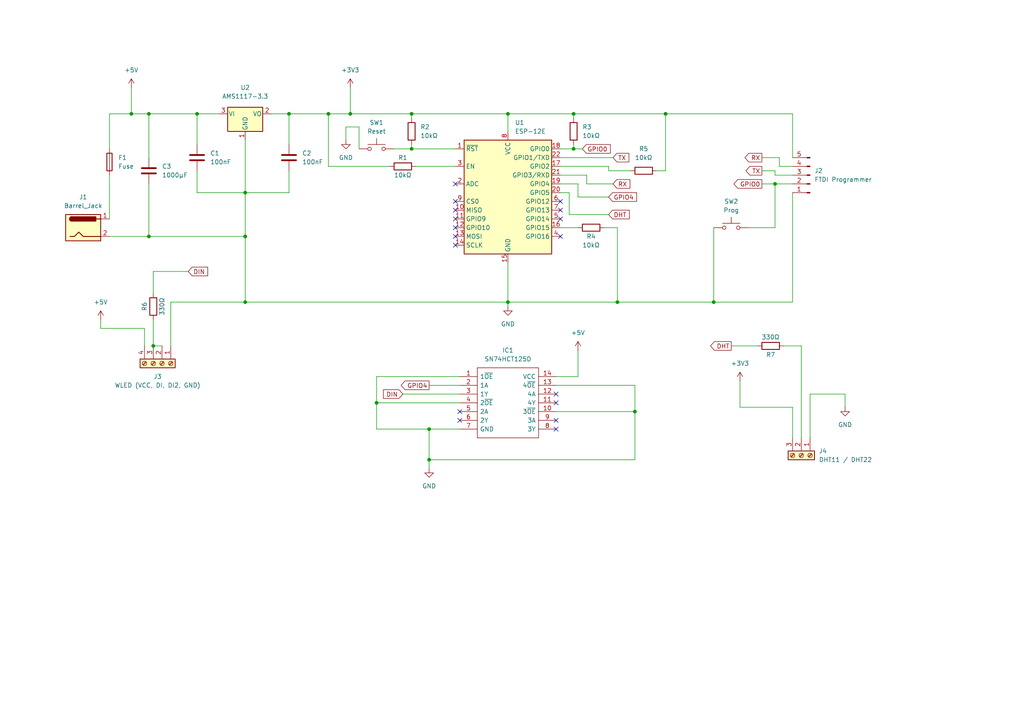
<source format=kicad_sch>
(kicad_sch (version 20211123) (generator eeschema)

  (uuid 9538e4ed-27e6-4c37-b989-9859dc0d49e8)

  (paper "A4")

  (lib_symbols
    (symbol "Connector:Barrel_Jack" (pin_names (offset 1.016)) (in_bom yes) (on_board yes)
      (property "Reference" "J" (id 0) (at 0 5.334 0)
        (effects (font (size 1.27 1.27)))
      )
      (property "Value" "Barrel_Jack" (id 1) (at 0 -5.08 0)
        (effects (font (size 1.27 1.27)))
      )
      (property "Footprint" "" (id 2) (at 1.27 -1.016 0)
        (effects (font (size 1.27 1.27)) hide)
      )
      (property "Datasheet" "~" (id 3) (at 1.27 -1.016 0)
        (effects (font (size 1.27 1.27)) hide)
      )
      (property "ki_keywords" "DC power barrel jack connector" (id 4) (at 0 0 0)
        (effects (font (size 1.27 1.27)) hide)
      )
      (property "ki_description" "DC Barrel Jack" (id 5) (at 0 0 0)
        (effects (font (size 1.27 1.27)) hide)
      )
      (property "ki_fp_filters" "BarrelJack*" (id 6) (at 0 0 0)
        (effects (font (size 1.27 1.27)) hide)
      )
      (symbol "Barrel_Jack_0_1"
        (rectangle (start -5.08 3.81) (end 5.08 -3.81)
          (stroke (width 0.254) (type default) (color 0 0 0 0))
          (fill (type background))
        )
        (arc (start -3.302 3.175) (mid -3.937 2.54) (end -3.302 1.905)
          (stroke (width 0.254) (type default) (color 0 0 0 0))
          (fill (type none))
        )
        (arc (start -3.302 3.175) (mid -3.937 2.54) (end -3.302 1.905)
          (stroke (width 0.254) (type default) (color 0 0 0 0))
          (fill (type outline))
        )
        (polyline
          (pts
            (xy 5.08 2.54)
            (xy 3.81 2.54)
          )
          (stroke (width 0.254) (type default) (color 0 0 0 0))
          (fill (type none))
        )
        (polyline
          (pts
            (xy -3.81 -2.54)
            (xy -2.54 -2.54)
            (xy -1.27 -1.27)
            (xy 0 -2.54)
            (xy 2.54 -2.54)
            (xy 5.08 -2.54)
          )
          (stroke (width 0.254) (type default) (color 0 0 0 0))
          (fill (type none))
        )
        (rectangle (start 3.683 3.175) (end -3.302 1.905)
          (stroke (width 0.254) (type default) (color 0 0 0 0))
          (fill (type outline))
        )
      )
      (symbol "Barrel_Jack_1_1"
        (pin passive line (at 7.62 2.54 180) (length 2.54)
          (name "~" (effects (font (size 1.27 1.27))))
          (number "1" (effects (font (size 1.27 1.27))))
        )
        (pin passive line (at 7.62 -2.54 180) (length 2.54)
          (name "~" (effects (font (size 1.27 1.27))))
          (number "2" (effects (font (size 1.27 1.27))))
        )
      )
    )
    (symbol "Connector:Conn_01x05_Male" (pin_names (offset 1.016) hide) (in_bom yes) (on_board yes)
      (property "Reference" "J" (id 0) (at 0 7.62 0)
        (effects (font (size 1.27 1.27)))
      )
      (property "Value" "Conn_01x05_Male" (id 1) (at 0 -7.62 0)
        (effects (font (size 1.27 1.27)))
      )
      (property "Footprint" "" (id 2) (at 0 0 0)
        (effects (font (size 1.27 1.27)) hide)
      )
      (property "Datasheet" "~" (id 3) (at 0 0 0)
        (effects (font (size 1.27 1.27)) hide)
      )
      (property "ki_keywords" "connector" (id 4) (at 0 0 0)
        (effects (font (size 1.27 1.27)) hide)
      )
      (property "ki_description" "Generic connector, single row, 01x05, script generated (kicad-library-utils/schlib/autogen/connector/)" (id 5) (at 0 0 0)
        (effects (font (size 1.27 1.27)) hide)
      )
      (property "ki_fp_filters" "Connector*:*_1x??_*" (id 6) (at 0 0 0)
        (effects (font (size 1.27 1.27)) hide)
      )
      (symbol "Conn_01x05_Male_1_1"
        (polyline
          (pts
            (xy 1.27 -5.08)
            (xy 0.8636 -5.08)
          )
          (stroke (width 0.1524) (type default) (color 0 0 0 0))
          (fill (type none))
        )
        (polyline
          (pts
            (xy 1.27 -2.54)
            (xy 0.8636 -2.54)
          )
          (stroke (width 0.1524) (type default) (color 0 0 0 0))
          (fill (type none))
        )
        (polyline
          (pts
            (xy 1.27 0)
            (xy 0.8636 0)
          )
          (stroke (width 0.1524) (type default) (color 0 0 0 0))
          (fill (type none))
        )
        (polyline
          (pts
            (xy 1.27 2.54)
            (xy 0.8636 2.54)
          )
          (stroke (width 0.1524) (type default) (color 0 0 0 0))
          (fill (type none))
        )
        (polyline
          (pts
            (xy 1.27 5.08)
            (xy 0.8636 5.08)
          )
          (stroke (width 0.1524) (type default) (color 0 0 0 0))
          (fill (type none))
        )
        (rectangle (start 0.8636 -4.953) (end 0 -5.207)
          (stroke (width 0.1524) (type default) (color 0 0 0 0))
          (fill (type outline))
        )
        (rectangle (start 0.8636 -2.413) (end 0 -2.667)
          (stroke (width 0.1524) (type default) (color 0 0 0 0))
          (fill (type outline))
        )
        (rectangle (start 0.8636 0.127) (end 0 -0.127)
          (stroke (width 0.1524) (type default) (color 0 0 0 0))
          (fill (type outline))
        )
        (rectangle (start 0.8636 2.667) (end 0 2.413)
          (stroke (width 0.1524) (type default) (color 0 0 0 0))
          (fill (type outline))
        )
        (rectangle (start 0.8636 5.207) (end 0 4.953)
          (stroke (width 0.1524) (type default) (color 0 0 0 0))
          (fill (type outline))
        )
        (pin passive line (at 5.08 5.08 180) (length 3.81)
          (name "Pin_1" (effects (font (size 1.27 1.27))))
          (number "1" (effects (font (size 1.27 1.27))))
        )
        (pin passive line (at 5.08 2.54 180) (length 3.81)
          (name "Pin_2" (effects (font (size 1.27 1.27))))
          (number "2" (effects (font (size 1.27 1.27))))
        )
        (pin passive line (at 5.08 0 180) (length 3.81)
          (name "Pin_3" (effects (font (size 1.27 1.27))))
          (number "3" (effects (font (size 1.27 1.27))))
        )
        (pin passive line (at 5.08 -2.54 180) (length 3.81)
          (name "Pin_4" (effects (font (size 1.27 1.27))))
          (number "4" (effects (font (size 1.27 1.27))))
        )
        (pin passive line (at 5.08 -5.08 180) (length 3.81)
          (name "Pin_5" (effects (font (size 1.27 1.27))))
          (number "5" (effects (font (size 1.27 1.27))))
        )
      )
    )
    (symbol "Connector:Screw_Terminal_01x03" (pin_names (offset 1.016) hide) (in_bom yes) (on_board yes)
      (property "Reference" "J" (id 0) (at 0 5.08 0)
        (effects (font (size 1.27 1.27)))
      )
      (property "Value" "Screw_Terminal_01x03" (id 1) (at 0 -5.08 0)
        (effects (font (size 1.27 1.27)))
      )
      (property "Footprint" "" (id 2) (at 0 0 0)
        (effects (font (size 1.27 1.27)) hide)
      )
      (property "Datasheet" "~" (id 3) (at 0 0 0)
        (effects (font (size 1.27 1.27)) hide)
      )
      (property "ki_keywords" "screw terminal" (id 4) (at 0 0 0)
        (effects (font (size 1.27 1.27)) hide)
      )
      (property "ki_description" "Generic screw terminal, single row, 01x03, script generated (kicad-library-utils/schlib/autogen/connector/)" (id 5) (at 0 0 0)
        (effects (font (size 1.27 1.27)) hide)
      )
      (property "ki_fp_filters" "TerminalBlock*:*" (id 6) (at 0 0 0)
        (effects (font (size 1.27 1.27)) hide)
      )
      (symbol "Screw_Terminal_01x03_1_1"
        (rectangle (start -1.27 3.81) (end 1.27 -3.81)
          (stroke (width 0.254) (type default) (color 0 0 0 0))
          (fill (type background))
        )
        (circle (center 0 -2.54) (radius 0.635)
          (stroke (width 0.1524) (type default) (color 0 0 0 0))
          (fill (type none))
        )
        (polyline
          (pts
            (xy -0.5334 -2.2098)
            (xy 0.3302 -3.048)
          )
          (stroke (width 0.1524) (type default) (color 0 0 0 0))
          (fill (type none))
        )
        (polyline
          (pts
            (xy -0.5334 0.3302)
            (xy 0.3302 -0.508)
          )
          (stroke (width 0.1524) (type default) (color 0 0 0 0))
          (fill (type none))
        )
        (polyline
          (pts
            (xy -0.5334 2.8702)
            (xy 0.3302 2.032)
          )
          (stroke (width 0.1524) (type default) (color 0 0 0 0))
          (fill (type none))
        )
        (polyline
          (pts
            (xy -0.3556 -2.032)
            (xy 0.508 -2.8702)
          )
          (stroke (width 0.1524) (type default) (color 0 0 0 0))
          (fill (type none))
        )
        (polyline
          (pts
            (xy -0.3556 0.508)
            (xy 0.508 -0.3302)
          )
          (stroke (width 0.1524) (type default) (color 0 0 0 0))
          (fill (type none))
        )
        (polyline
          (pts
            (xy -0.3556 3.048)
            (xy 0.508 2.2098)
          )
          (stroke (width 0.1524) (type default) (color 0 0 0 0))
          (fill (type none))
        )
        (circle (center 0 0) (radius 0.635)
          (stroke (width 0.1524) (type default) (color 0 0 0 0))
          (fill (type none))
        )
        (circle (center 0 2.54) (radius 0.635)
          (stroke (width 0.1524) (type default) (color 0 0 0 0))
          (fill (type none))
        )
        (pin passive line (at -5.08 2.54 0) (length 3.81)
          (name "Pin_1" (effects (font (size 1.27 1.27))))
          (number "1" (effects (font (size 1.27 1.27))))
        )
        (pin passive line (at -5.08 0 0) (length 3.81)
          (name "Pin_2" (effects (font (size 1.27 1.27))))
          (number "2" (effects (font (size 1.27 1.27))))
        )
        (pin passive line (at -5.08 -2.54 0) (length 3.81)
          (name "Pin_3" (effects (font (size 1.27 1.27))))
          (number "3" (effects (font (size 1.27 1.27))))
        )
      )
    )
    (symbol "Connector:Screw_Terminal_01x04" (pin_names (offset 1.016) hide) (in_bom yes) (on_board yes)
      (property "Reference" "J" (id 0) (at 0 5.08 0)
        (effects (font (size 1.27 1.27)))
      )
      (property "Value" "Screw_Terminal_01x04" (id 1) (at 0 -7.62 0)
        (effects (font (size 1.27 1.27)))
      )
      (property "Footprint" "" (id 2) (at 0 0 0)
        (effects (font (size 1.27 1.27)) hide)
      )
      (property "Datasheet" "~" (id 3) (at 0 0 0)
        (effects (font (size 1.27 1.27)) hide)
      )
      (property "ki_keywords" "screw terminal" (id 4) (at 0 0 0)
        (effects (font (size 1.27 1.27)) hide)
      )
      (property "ki_description" "Generic screw terminal, single row, 01x04, script generated (kicad-library-utils/schlib/autogen/connector/)" (id 5) (at 0 0 0)
        (effects (font (size 1.27 1.27)) hide)
      )
      (property "ki_fp_filters" "TerminalBlock*:*" (id 6) (at 0 0 0)
        (effects (font (size 1.27 1.27)) hide)
      )
      (symbol "Screw_Terminal_01x04_1_1"
        (rectangle (start -1.27 3.81) (end 1.27 -6.35)
          (stroke (width 0.254) (type default) (color 0 0 0 0))
          (fill (type background))
        )
        (circle (center 0 -5.08) (radius 0.635)
          (stroke (width 0.1524) (type default) (color 0 0 0 0))
          (fill (type none))
        )
        (circle (center 0 -2.54) (radius 0.635)
          (stroke (width 0.1524) (type default) (color 0 0 0 0))
          (fill (type none))
        )
        (polyline
          (pts
            (xy -0.5334 -4.7498)
            (xy 0.3302 -5.588)
          )
          (stroke (width 0.1524) (type default) (color 0 0 0 0))
          (fill (type none))
        )
        (polyline
          (pts
            (xy -0.5334 -2.2098)
            (xy 0.3302 -3.048)
          )
          (stroke (width 0.1524) (type default) (color 0 0 0 0))
          (fill (type none))
        )
        (polyline
          (pts
            (xy -0.5334 0.3302)
            (xy 0.3302 -0.508)
          )
          (stroke (width 0.1524) (type default) (color 0 0 0 0))
          (fill (type none))
        )
        (polyline
          (pts
            (xy -0.5334 2.8702)
            (xy 0.3302 2.032)
          )
          (stroke (width 0.1524) (type default) (color 0 0 0 0))
          (fill (type none))
        )
        (polyline
          (pts
            (xy -0.3556 -4.572)
            (xy 0.508 -5.4102)
          )
          (stroke (width 0.1524) (type default) (color 0 0 0 0))
          (fill (type none))
        )
        (polyline
          (pts
            (xy -0.3556 -2.032)
            (xy 0.508 -2.8702)
          )
          (stroke (width 0.1524) (type default) (color 0 0 0 0))
          (fill (type none))
        )
        (polyline
          (pts
            (xy -0.3556 0.508)
            (xy 0.508 -0.3302)
          )
          (stroke (width 0.1524) (type default) (color 0 0 0 0))
          (fill (type none))
        )
        (polyline
          (pts
            (xy -0.3556 3.048)
            (xy 0.508 2.2098)
          )
          (stroke (width 0.1524) (type default) (color 0 0 0 0))
          (fill (type none))
        )
        (circle (center 0 0) (radius 0.635)
          (stroke (width 0.1524) (type default) (color 0 0 0 0))
          (fill (type none))
        )
        (circle (center 0 2.54) (radius 0.635)
          (stroke (width 0.1524) (type default) (color 0 0 0 0))
          (fill (type none))
        )
        (pin passive line (at -5.08 2.54 0) (length 3.81)
          (name "Pin_1" (effects (font (size 1.27 1.27))))
          (number "1" (effects (font (size 1.27 1.27))))
        )
        (pin passive line (at -5.08 0 0) (length 3.81)
          (name "Pin_2" (effects (font (size 1.27 1.27))))
          (number "2" (effects (font (size 1.27 1.27))))
        )
        (pin passive line (at -5.08 -2.54 0) (length 3.81)
          (name "Pin_3" (effects (font (size 1.27 1.27))))
          (number "3" (effects (font (size 1.27 1.27))))
        )
        (pin passive line (at -5.08 -5.08 0) (length 3.81)
          (name "Pin_4" (effects (font (size 1.27 1.27))))
          (number "4" (effects (font (size 1.27 1.27))))
        )
      )
    )
    (symbol "Device:C" (pin_numbers hide) (pin_names (offset 0.254)) (in_bom yes) (on_board yes)
      (property "Reference" "C" (id 0) (at 0.635 2.54 0)
        (effects (font (size 1.27 1.27)) (justify left))
      )
      (property "Value" "C" (id 1) (at 0.635 -2.54 0)
        (effects (font (size 1.27 1.27)) (justify left))
      )
      (property "Footprint" "" (id 2) (at 0.9652 -3.81 0)
        (effects (font (size 1.27 1.27)) hide)
      )
      (property "Datasheet" "~" (id 3) (at 0 0 0)
        (effects (font (size 1.27 1.27)) hide)
      )
      (property "ki_keywords" "cap capacitor" (id 4) (at 0 0 0)
        (effects (font (size 1.27 1.27)) hide)
      )
      (property "ki_description" "Unpolarized capacitor" (id 5) (at 0 0 0)
        (effects (font (size 1.27 1.27)) hide)
      )
      (property "ki_fp_filters" "C_*" (id 6) (at 0 0 0)
        (effects (font (size 1.27 1.27)) hide)
      )
      (symbol "C_0_1"
        (polyline
          (pts
            (xy -2.032 -0.762)
            (xy 2.032 -0.762)
          )
          (stroke (width 0.508) (type default) (color 0 0 0 0))
          (fill (type none))
        )
        (polyline
          (pts
            (xy -2.032 0.762)
            (xy 2.032 0.762)
          )
          (stroke (width 0.508) (type default) (color 0 0 0 0))
          (fill (type none))
        )
      )
      (symbol "C_1_1"
        (pin passive line (at 0 3.81 270) (length 2.794)
          (name "~" (effects (font (size 1.27 1.27))))
          (number "1" (effects (font (size 1.27 1.27))))
        )
        (pin passive line (at 0 -3.81 90) (length 2.794)
          (name "~" (effects (font (size 1.27 1.27))))
          (number "2" (effects (font (size 1.27 1.27))))
        )
      )
    )
    (symbol "Device:Fuse" (pin_numbers hide) (pin_names (offset 0)) (in_bom yes) (on_board yes)
      (property "Reference" "F" (id 0) (at 2.032 0 90)
        (effects (font (size 1.27 1.27)))
      )
      (property "Value" "Fuse" (id 1) (at -1.905 0 90)
        (effects (font (size 1.27 1.27)))
      )
      (property "Footprint" "" (id 2) (at -1.778 0 90)
        (effects (font (size 1.27 1.27)) hide)
      )
      (property "Datasheet" "~" (id 3) (at 0 0 0)
        (effects (font (size 1.27 1.27)) hide)
      )
      (property "ki_keywords" "fuse" (id 4) (at 0 0 0)
        (effects (font (size 1.27 1.27)) hide)
      )
      (property "ki_description" "Fuse" (id 5) (at 0 0 0)
        (effects (font (size 1.27 1.27)) hide)
      )
      (property "ki_fp_filters" "*Fuse*" (id 6) (at 0 0 0)
        (effects (font (size 1.27 1.27)) hide)
      )
      (symbol "Fuse_0_1"
        (rectangle (start -0.762 -2.54) (end 0.762 2.54)
          (stroke (width 0.254) (type default) (color 0 0 0 0))
          (fill (type none))
        )
        (polyline
          (pts
            (xy 0 2.54)
            (xy 0 -2.54)
          )
          (stroke (width 0) (type default) (color 0 0 0 0))
          (fill (type none))
        )
      )
      (symbol "Fuse_1_1"
        (pin passive line (at 0 3.81 270) (length 1.27)
          (name "~" (effects (font (size 1.27 1.27))))
          (number "1" (effects (font (size 1.27 1.27))))
        )
        (pin passive line (at 0 -3.81 90) (length 1.27)
          (name "~" (effects (font (size 1.27 1.27))))
          (number "2" (effects (font (size 1.27 1.27))))
        )
      )
    )
    (symbol "Device:R" (pin_numbers hide) (pin_names (offset 0)) (in_bom yes) (on_board yes)
      (property "Reference" "R" (id 0) (at 2.032 0 90)
        (effects (font (size 1.27 1.27)))
      )
      (property "Value" "R" (id 1) (at 0 0 90)
        (effects (font (size 1.27 1.27)))
      )
      (property "Footprint" "" (id 2) (at -1.778 0 90)
        (effects (font (size 1.27 1.27)) hide)
      )
      (property "Datasheet" "~" (id 3) (at 0 0 0)
        (effects (font (size 1.27 1.27)) hide)
      )
      (property "ki_keywords" "R res resistor" (id 4) (at 0 0 0)
        (effects (font (size 1.27 1.27)) hide)
      )
      (property "ki_description" "Resistor" (id 5) (at 0 0 0)
        (effects (font (size 1.27 1.27)) hide)
      )
      (property "ki_fp_filters" "R_*" (id 6) (at 0 0 0)
        (effects (font (size 1.27 1.27)) hide)
      )
      (symbol "R_0_1"
        (rectangle (start -1.016 -2.54) (end 1.016 2.54)
          (stroke (width 0.254) (type default) (color 0 0 0 0))
          (fill (type none))
        )
      )
      (symbol "R_1_1"
        (pin passive line (at 0 3.81 270) (length 1.27)
          (name "~" (effects (font (size 1.27 1.27))))
          (number "1" (effects (font (size 1.27 1.27))))
        )
        (pin passive line (at 0 -3.81 90) (length 1.27)
          (name "~" (effects (font (size 1.27 1.27))))
          (number "2" (effects (font (size 1.27 1.27))))
        )
      )
    )
    (symbol "RF_Module:ESP-12E" (in_bom yes) (on_board yes)
      (property "Reference" "U" (id 0) (at -12.7 19.05 0)
        (effects (font (size 1.27 1.27)) (justify left))
      )
      (property "Value" "ESP-12E" (id 1) (at 12.7 19.05 0)
        (effects (font (size 1.27 1.27)) (justify right))
      )
      (property "Footprint" "RF_Module:ESP-12E" (id 2) (at 0 0 0)
        (effects (font (size 1.27 1.27)) hide)
      )
      (property "Datasheet" "http://wiki.ai-thinker.com/_media/esp8266/esp8266_series_modules_user_manual_v1.1.pdf" (id 3) (at -8.89 2.54 0)
        (effects (font (size 1.27 1.27)) hide)
      )
      (property "ki_keywords" "802.11 Wi-Fi" (id 4) (at 0 0 0)
        (effects (font (size 1.27 1.27)) hide)
      )
      (property "ki_description" "802.11 b/g/n Wi-Fi Module" (id 5) (at 0 0 0)
        (effects (font (size 1.27 1.27)) hide)
      )
      (property "ki_fp_filters" "ESP?12*" (id 6) (at 0 0 0)
        (effects (font (size 1.27 1.27)) hide)
      )
      (symbol "ESP-12E_0_1"
        (rectangle (start -12.7 17.78) (end 12.7 -15.24)
          (stroke (width 0.254) (type default) (color 0 0 0 0))
          (fill (type background))
        )
      )
      (symbol "ESP-12E_1_1"
        (pin input line (at -15.24 15.24 0) (length 2.54)
          (name "~{RST}" (effects (font (size 1.27 1.27))))
          (number "1" (effects (font (size 1.27 1.27))))
        )
        (pin bidirectional line (at -15.24 -2.54 0) (length 2.54)
          (name "MISO" (effects (font (size 1.27 1.27))))
          (number "10" (effects (font (size 1.27 1.27))))
        )
        (pin bidirectional line (at -15.24 -5.08 0) (length 2.54)
          (name "GPIO9" (effects (font (size 1.27 1.27))))
          (number "11" (effects (font (size 1.27 1.27))))
        )
        (pin bidirectional line (at -15.24 -7.62 0) (length 2.54)
          (name "GPIO10" (effects (font (size 1.27 1.27))))
          (number "12" (effects (font (size 1.27 1.27))))
        )
        (pin bidirectional line (at -15.24 -10.16 0) (length 2.54)
          (name "MOSI" (effects (font (size 1.27 1.27))))
          (number "13" (effects (font (size 1.27 1.27))))
        )
        (pin bidirectional line (at -15.24 -12.7 0) (length 2.54)
          (name "SCLK" (effects (font (size 1.27 1.27))))
          (number "14" (effects (font (size 1.27 1.27))))
        )
        (pin power_in line (at 0 -17.78 90) (length 2.54)
          (name "GND" (effects (font (size 1.27 1.27))))
          (number "15" (effects (font (size 1.27 1.27))))
        )
        (pin bidirectional line (at 15.24 -7.62 180) (length 2.54)
          (name "GPIO15" (effects (font (size 1.27 1.27))))
          (number "16" (effects (font (size 1.27 1.27))))
        )
        (pin bidirectional line (at 15.24 10.16 180) (length 2.54)
          (name "GPIO2" (effects (font (size 1.27 1.27))))
          (number "17" (effects (font (size 1.27 1.27))))
        )
        (pin bidirectional line (at 15.24 15.24 180) (length 2.54)
          (name "GPIO0" (effects (font (size 1.27 1.27))))
          (number "18" (effects (font (size 1.27 1.27))))
        )
        (pin bidirectional line (at 15.24 5.08 180) (length 2.54)
          (name "GPIO4" (effects (font (size 1.27 1.27))))
          (number "19" (effects (font (size 1.27 1.27))))
        )
        (pin input line (at -15.24 5.08 0) (length 2.54)
          (name "ADC" (effects (font (size 1.27 1.27))))
          (number "2" (effects (font (size 1.27 1.27))))
        )
        (pin bidirectional line (at 15.24 2.54 180) (length 2.54)
          (name "GPIO5" (effects (font (size 1.27 1.27))))
          (number "20" (effects (font (size 1.27 1.27))))
        )
        (pin bidirectional line (at 15.24 7.62 180) (length 2.54)
          (name "GPIO3/RXD" (effects (font (size 1.27 1.27))))
          (number "21" (effects (font (size 1.27 1.27))))
        )
        (pin bidirectional line (at 15.24 12.7 180) (length 2.54)
          (name "GPIO1/TXD" (effects (font (size 1.27 1.27))))
          (number "22" (effects (font (size 1.27 1.27))))
        )
        (pin input line (at -15.24 10.16 0) (length 2.54)
          (name "EN" (effects (font (size 1.27 1.27))))
          (number "3" (effects (font (size 1.27 1.27))))
        )
        (pin bidirectional line (at 15.24 -10.16 180) (length 2.54)
          (name "GPIO16" (effects (font (size 1.27 1.27))))
          (number "4" (effects (font (size 1.27 1.27))))
        )
        (pin bidirectional line (at 15.24 -5.08 180) (length 2.54)
          (name "GPIO14" (effects (font (size 1.27 1.27))))
          (number "5" (effects (font (size 1.27 1.27))))
        )
        (pin bidirectional line (at 15.24 0 180) (length 2.54)
          (name "GPIO12" (effects (font (size 1.27 1.27))))
          (number "6" (effects (font (size 1.27 1.27))))
        )
        (pin bidirectional line (at 15.24 -2.54 180) (length 2.54)
          (name "GPIO13" (effects (font (size 1.27 1.27))))
          (number "7" (effects (font (size 1.27 1.27))))
        )
        (pin power_in line (at 0 20.32 270) (length 2.54)
          (name "VCC" (effects (font (size 1.27 1.27))))
          (number "8" (effects (font (size 1.27 1.27))))
        )
        (pin input line (at -15.24 0 0) (length 2.54)
          (name "CS0" (effects (font (size 1.27 1.27))))
          (number "9" (effects (font (size 1.27 1.27))))
        )
      )
    )
    (symbol "Regulator_Linear:AMS1117-3.3" (pin_names (offset 0.254)) (in_bom yes) (on_board yes)
      (property "Reference" "U" (id 0) (at -3.81 3.175 0)
        (effects (font (size 1.27 1.27)))
      )
      (property "Value" "AMS1117-3.3" (id 1) (at 0 3.175 0)
        (effects (font (size 1.27 1.27)) (justify left))
      )
      (property "Footprint" "Package_TO_SOT_SMD:SOT-223-3_TabPin2" (id 2) (at 0 5.08 0)
        (effects (font (size 1.27 1.27)) hide)
      )
      (property "Datasheet" "http://www.advanced-monolithic.com/pdf/ds1117.pdf" (id 3) (at 2.54 -6.35 0)
        (effects (font (size 1.27 1.27)) hide)
      )
      (property "ki_keywords" "linear regulator ldo fixed positive" (id 4) (at 0 0 0)
        (effects (font (size 1.27 1.27)) hide)
      )
      (property "ki_description" "1A Low Dropout regulator, positive, 3.3V fixed output, SOT-223" (id 5) (at 0 0 0)
        (effects (font (size 1.27 1.27)) hide)
      )
      (property "ki_fp_filters" "SOT?223*TabPin2*" (id 6) (at 0 0 0)
        (effects (font (size 1.27 1.27)) hide)
      )
      (symbol "AMS1117-3.3_0_1"
        (rectangle (start -5.08 -5.08) (end 5.08 1.905)
          (stroke (width 0.254) (type default) (color 0 0 0 0))
          (fill (type background))
        )
      )
      (symbol "AMS1117-3.3_1_1"
        (pin power_in line (at 0 -7.62 90) (length 2.54)
          (name "GND" (effects (font (size 1.27 1.27))))
          (number "1" (effects (font (size 1.27 1.27))))
        )
        (pin power_out line (at 7.62 0 180) (length 2.54)
          (name "VO" (effects (font (size 1.27 1.27))))
          (number "2" (effects (font (size 1.27 1.27))))
        )
        (pin power_in line (at -7.62 0 0) (length 2.54)
          (name "VI" (effects (font (size 1.27 1.27))))
          (number "3" (effects (font (size 1.27 1.27))))
        )
      )
    )
    (symbol "SN74HCT125D:SN74HCT125D" (pin_names (offset 0.762)) (in_bom yes) (on_board yes)
      (property "Reference" "IC" (id 0) (at 24.13 7.62 0)
        (effects (font (size 1.27 1.27)) (justify left))
      )
      (property "Value" "SN74HCT125D" (id 1) (at 24.13 5.08 0)
        (effects (font (size 1.27 1.27)) (justify left))
      )
      (property "Footprint" "SOIC127P600X175-14N" (id 2) (at 24.13 2.54 0)
        (effects (font (size 1.27 1.27)) (justify left) hide)
      )
      (property "Datasheet" "http://www.ti.com/lit/gpn/sn74hct125" (id 3) (at 24.13 0 0)
        (effects (font (size 1.27 1.27)) (justify left) hide)
      )
      (property "Description" "Texas Instruments SN74HCT125D Quad Buffer & Line Driver, 3-State, 5V, 14-Pin SOIC" (id 4) (at 24.13 -2.54 0)
        (effects (font (size 1.27 1.27)) (justify left) hide)
      )
      (property "Height" "1.75" (id 5) (at 24.13 -5.08 0)
        (effects (font (size 1.27 1.27)) (justify left) hide)
      )
      (property "Manufacturer_Name" "Texas Instruments" (id 6) (at 24.13 -7.62 0)
        (effects (font (size 1.27 1.27)) (justify left) hide)
      )
      (property "Manufacturer_Part_Number" "SN74HCT125D" (id 7) (at 24.13 -10.16 0)
        (effects (font (size 1.27 1.27)) (justify left) hide)
      )
      (property "Mouser Part Number" "595-SN74HCT125D" (id 8) (at 24.13 -12.7 0)
        (effects (font (size 1.27 1.27)) (justify left) hide)
      )
      (property "Mouser Price/Stock" "https://www.mouser.co.uk/ProductDetail/Texas-Instruments/SN74HCT125D?qs=NLW4NjXEBS4hw7l1Vb%2Fwyw%3D%3D" (id 9) (at 24.13 -15.24 0)
        (effects (font (size 1.27 1.27)) (justify left) hide)
      )
      (property "Arrow Part Number" "SN74HCT125D" (id 10) (at 24.13 -17.78 0)
        (effects (font (size 1.27 1.27)) (justify left) hide)
      )
      (property "Arrow Price/Stock" "https://www.arrow.com/en/products/sn74hct125d/texas-instruments" (id 11) (at 24.13 -20.32 0)
        (effects (font (size 1.27 1.27)) (justify left) hide)
      )
      (property "ki_description" "Texas Instruments SN74HCT125D Quad Buffer & Line Driver, 3-State, 5V, 14-Pin SOIC" (id 12) (at 0 0 0)
        (effects (font (size 1.27 1.27)) hide)
      )
      (symbol "SN74HCT125D_0_0"
        (pin passive line (at 0 0 0) (length 5.08)
          (name "1~{OE}" (effects (font (size 1.27 1.27))))
          (number "1" (effects (font (size 1.27 1.27))))
        )
        (pin passive line (at 27.94 -10.16 180) (length 5.08)
          (name "3~{OE}" (effects (font (size 1.27 1.27))))
          (number "10" (effects (font (size 1.27 1.27))))
        )
        (pin passive line (at 27.94 -7.62 180) (length 5.08)
          (name "4Y" (effects (font (size 1.27 1.27))))
          (number "11" (effects (font (size 1.27 1.27))))
        )
        (pin passive line (at 27.94 -5.08 180) (length 5.08)
          (name "4A" (effects (font (size 1.27 1.27))))
          (number "12" (effects (font (size 1.27 1.27))))
        )
        (pin passive line (at 27.94 -2.54 180) (length 5.08)
          (name "4~{OE}" (effects (font (size 1.27 1.27))))
          (number "13" (effects (font (size 1.27 1.27))))
        )
        (pin passive line (at 27.94 0 180) (length 5.08)
          (name "VCC" (effects (font (size 1.27 1.27))))
          (number "14" (effects (font (size 1.27 1.27))))
        )
        (pin passive line (at 0 -2.54 0) (length 5.08)
          (name "1A" (effects (font (size 1.27 1.27))))
          (number "2" (effects (font (size 1.27 1.27))))
        )
        (pin passive line (at 0 -5.08 0) (length 5.08)
          (name "1Y" (effects (font (size 1.27 1.27))))
          (number "3" (effects (font (size 1.27 1.27))))
        )
        (pin passive line (at 0 -7.62 0) (length 5.08)
          (name "2~{OE}" (effects (font (size 1.27 1.27))))
          (number "4" (effects (font (size 1.27 1.27))))
        )
        (pin passive line (at 0 -10.16 0) (length 5.08)
          (name "2A" (effects (font (size 1.27 1.27))))
          (number "5" (effects (font (size 1.27 1.27))))
        )
        (pin passive line (at 0 -12.7 0) (length 5.08)
          (name "2Y" (effects (font (size 1.27 1.27))))
          (number "6" (effects (font (size 1.27 1.27))))
        )
        (pin passive line (at 0 -15.24 0) (length 5.08)
          (name "GND" (effects (font (size 1.27 1.27))))
          (number "7" (effects (font (size 1.27 1.27))))
        )
        (pin passive line (at 27.94 -15.24 180) (length 5.08)
          (name "3Y" (effects (font (size 1.27 1.27))))
          (number "8" (effects (font (size 1.27 1.27))))
        )
        (pin passive line (at 27.94 -12.7 180) (length 5.08)
          (name "3A" (effects (font (size 1.27 1.27))))
          (number "9" (effects (font (size 1.27 1.27))))
        )
      )
      (symbol "SN74HCT125D_0_1"
        (polyline
          (pts
            (xy 5.08 2.54)
            (xy 22.86 2.54)
            (xy 22.86 -17.78)
            (xy 5.08 -17.78)
            (xy 5.08 2.54)
          )
          (stroke (width 0.1524) (type default) (color 0 0 0 0))
          (fill (type none))
        )
      )
    )
    (symbol "Switch:SW_Push" (pin_numbers hide) (pin_names (offset 1.016) hide) (in_bom yes) (on_board yes)
      (property "Reference" "SW" (id 0) (at 1.27 2.54 0)
        (effects (font (size 1.27 1.27)) (justify left))
      )
      (property "Value" "SW_Push" (id 1) (at 0 -1.524 0)
        (effects (font (size 1.27 1.27)))
      )
      (property "Footprint" "" (id 2) (at 0 5.08 0)
        (effects (font (size 1.27 1.27)) hide)
      )
      (property "Datasheet" "~" (id 3) (at 0 5.08 0)
        (effects (font (size 1.27 1.27)) hide)
      )
      (property "ki_keywords" "switch normally-open pushbutton push-button" (id 4) (at 0 0 0)
        (effects (font (size 1.27 1.27)) hide)
      )
      (property "ki_description" "Push button switch, generic, two pins" (id 5) (at 0 0 0)
        (effects (font (size 1.27 1.27)) hide)
      )
      (symbol "SW_Push_0_1"
        (circle (center -2.032 0) (radius 0.508)
          (stroke (width 0) (type default) (color 0 0 0 0))
          (fill (type none))
        )
        (polyline
          (pts
            (xy 0 1.27)
            (xy 0 3.048)
          )
          (stroke (width 0) (type default) (color 0 0 0 0))
          (fill (type none))
        )
        (polyline
          (pts
            (xy 2.54 1.27)
            (xy -2.54 1.27)
          )
          (stroke (width 0) (type default) (color 0 0 0 0))
          (fill (type none))
        )
        (circle (center 2.032 0) (radius 0.508)
          (stroke (width 0) (type default) (color 0 0 0 0))
          (fill (type none))
        )
        (pin passive line (at -5.08 0 0) (length 2.54)
          (name "1" (effects (font (size 1.27 1.27))))
          (number "1" (effects (font (size 1.27 1.27))))
        )
        (pin passive line (at 5.08 0 180) (length 2.54)
          (name "2" (effects (font (size 1.27 1.27))))
          (number "2" (effects (font (size 1.27 1.27))))
        )
      )
    )
    (symbol "power:+3.3V" (power) (pin_names (offset 0)) (in_bom yes) (on_board yes)
      (property "Reference" "#PWR" (id 0) (at 0 -3.81 0)
        (effects (font (size 1.27 1.27)) hide)
      )
      (property "Value" "+3.3V" (id 1) (at 0 3.556 0)
        (effects (font (size 1.27 1.27)))
      )
      (property "Footprint" "" (id 2) (at 0 0 0)
        (effects (font (size 1.27 1.27)) hide)
      )
      (property "Datasheet" "" (id 3) (at 0 0 0)
        (effects (font (size 1.27 1.27)) hide)
      )
      (property "ki_keywords" "power-flag" (id 4) (at 0 0 0)
        (effects (font (size 1.27 1.27)) hide)
      )
      (property "ki_description" "Power symbol creates a global label with name \"+3.3V\"" (id 5) (at 0 0 0)
        (effects (font (size 1.27 1.27)) hide)
      )
      (symbol "+3.3V_0_1"
        (polyline
          (pts
            (xy -0.762 1.27)
            (xy 0 2.54)
          )
          (stroke (width 0) (type default) (color 0 0 0 0))
          (fill (type none))
        )
        (polyline
          (pts
            (xy 0 0)
            (xy 0 2.54)
          )
          (stroke (width 0) (type default) (color 0 0 0 0))
          (fill (type none))
        )
        (polyline
          (pts
            (xy 0 2.54)
            (xy 0.762 1.27)
          )
          (stroke (width 0) (type default) (color 0 0 0 0))
          (fill (type none))
        )
      )
      (symbol "+3.3V_1_1"
        (pin power_in line (at 0 0 90) (length 0) hide
          (name "+3V3" (effects (font (size 1.27 1.27))))
          (number "1" (effects (font (size 1.27 1.27))))
        )
      )
    )
    (symbol "power:+5V" (power) (pin_names (offset 0)) (in_bom yes) (on_board yes)
      (property "Reference" "#PWR" (id 0) (at 0 -3.81 0)
        (effects (font (size 1.27 1.27)) hide)
      )
      (property "Value" "+5V" (id 1) (at 0 3.556 0)
        (effects (font (size 1.27 1.27)))
      )
      (property "Footprint" "" (id 2) (at 0 0 0)
        (effects (font (size 1.27 1.27)) hide)
      )
      (property "Datasheet" "" (id 3) (at 0 0 0)
        (effects (font (size 1.27 1.27)) hide)
      )
      (property "ki_keywords" "power-flag" (id 4) (at 0 0 0)
        (effects (font (size 1.27 1.27)) hide)
      )
      (property "ki_description" "Power symbol creates a global label with name \"+5V\"" (id 5) (at 0 0 0)
        (effects (font (size 1.27 1.27)) hide)
      )
      (symbol "+5V_0_1"
        (polyline
          (pts
            (xy -0.762 1.27)
            (xy 0 2.54)
          )
          (stroke (width 0) (type default) (color 0 0 0 0))
          (fill (type none))
        )
        (polyline
          (pts
            (xy 0 0)
            (xy 0 2.54)
          )
          (stroke (width 0) (type default) (color 0 0 0 0))
          (fill (type none))
        )
        (polyline
          (pts
            (xy 0 2.54)
            (xy 0.762 1.27)
          )
          (stroke (width 0) (type default) (color 0 0 0 0))
          (fill (type none))
        )
      )
      (symbol "+5V_1_1"
        (pin power_in line (at 0 0 90) (length 0) hide
          (name "+5V" (effects (font (size 1.27 1.27))))
          (number "1" (effects (font (size 1.27 1.27))))
        )
      )
    )
    (symbol "power:GND" (power) (pin_names (offset 0)) (in_bom yes) (on_board yes)
      (property "Reference" "#PWR" (id 0) (at 0 -6.35 0)
        (effects (font (size 1.27 1.27)) hide)
      )
      (property "Value" "GND" (id 1) (at 0 -3.81 0)
        (effects (font (size 1.27 1.27)))
      )
      (property "Footprint" "" (id 2) (at 0 0 0)
        (effects (font (size 1.27 1.27)) hide)
      )
      (property "Datasheet" "" (id 3) (at 0 0 0)
        (effects (font (size 1.27 1.27)) hide)
      )
      (property "ki_keywords" "power-flag" (id 4) (at 0 0 0)
        (effects (font (size 1.27 1.27)) hide)
      )
      (property "ki_description" "Power symbol creates a global label with name \"GND\" , ground" (id 5) (at 0 0 0)
        (effects (font (size 1.27 1.27)) hide)
      )
      (symbol "GND_0_1"
        (polyline
          (pts
            (xy 0 0)
            (xy 0 -1.27)
            (xy 1.27 -1.27)
            (xy 0 -2.54)
            (xy -1.27 -1.27)
            (xy 0 -1.27)
          )
          (stroke (width 0) (type default) (color 0 0 0 0))
          (fill (type none))
        )
      )
      (symbol "GND_1_1"
        (pin power_in line (at 0 0 270) (length 0) hide
          (name "GND" (effects (font (size 1.27 1.27))))
          (number "1" (effects (font (size 1.27 1.27))))
        )
      )
    )
  )

  (junction (at 57.15 33.02) (diameter 0) (color 0 0 0 0)
    (uuid 00e366ed-8621-4c69-9022-5ffb28dbc62e)
  )
  (junction (at 166.37 43.18) (diameter 0) (color 0 0 0 0)
    (uuid 1e544068-815e-4fd4-988a-93c5dfd6bde6)
  )
  (junction (at 71.12 55.88) (diameter 0) (color 0 0 0 0)
    (uuid 1e929840-0d90-4d54-a9b0-dd3ecd841f33)
  )
  (junction (at 207.01 87.63) (diameter 0) (color 0 0 0 0)
    (uuid 21c02d05-63d7-418a-848d-ee13a1a1f97c)
  )
  (junction (at 83.82 33.02) (diameter 0) (color 0 0 0 0)
    (uuid 443ca7a2-daea-407b-b947-9a5132703e2e)
  )
  (junction (at 184.15 119.38) (diameter 0) (color 0 0 0 0)
    (uuid 4c5aaf80-b901-4405-92cc-f056d36096cb)
  )
  (junction (at 147.32 87.63) (diameter 0) (color 0 0 0 0)
    (uuid 5389871d-5a82-4a31-8785-377c17668bab)
  )
  (junction (at 101.6 33.02) (diameter 0) (color 0 0 0 0)
    (uuid 5591cb53-9815-4c3f-bd82-d6c1f416a693)
  )
  (junction (at 44.45 100.33) (diameter 0) (color 0 0 0 0)
    (uuid 587aba9e-c503-44ca-80cc-863969f8ba87)
  )
  (junction (at 224.79 53.34) (diameter 0) (color 0 0 0 0)
    (uuid 5b9bed1f-f85c-4bbf-bc8f-a5d83f4cfb70)
  )
  (junction (at 119.38 43.18) (diameter 0) (color 0 0 0 0)
    (uuid 5f4fb4ec-2c8e-4d4f-95da-442ff33290af)
  )
  (junction (at 179.07 87.63) (diameter 0) (color 0 0 0 0)
    (uuid 6af1a87d-5a1b-4ad6-92a8-e54a63d25f71)
  )
  (junction (at 95.25 33.02) (diameter 0) (color 0 0 0 0)
    (uuid 7b44bceb-74cf-4b70-b218-e0596188683a)
  )
  (junction (at 43.18 33.02) (diameter 0) (color 0 0 0 0)
    (uuid 9b5d611d-5b29-4182-8aa0-176a80d91ff7)
  )
  (junction (at 193.04 33.02) (diameter 0) (color 0 0 0 0)
    (uuid 9bb90722-e24a-436a-b855-ada03fe6b464)
  )
  (junction (at 119.38 33.02) (diameter 0) (color 0 0 0 0)
    (uuid ae70b97b-dc00-4d04-ba96-cf4b95a8bfce)
  )
  (junction (at 124.46 124.46) (diameter 0) (color 0 0 0 0)
    (uuid b592de73-5f9e-4506-a6be-92d525d38dc9)
  )
  (junction (at 109.22 116.84) (diameter 0) (color 0 0 0 0)
    (uuid bcff0e9d-c560-4ac2-818a-24cdb95807ef)
  )
  (junction (at 43.18 68.58) (diameter 0) (color 0 0 0 0)
    (uuid c3d51d40-9509-4a3f-9ed5-fe82305212f1)
  )
  (junction (at 166.37 33.02) (diameter 0) (color 0 0 0 0)
    (uuid cf92e9c0-a797-4dbd-b3f8-556492ae26de)
  )
  (junction (at 71.12 68.58) (diameter 0) (color 0 0 0 0)
    (uuid ec046cab-54bb-4c7a-a6b8-dda1467e610d)
  )
  (junction (at 71.12 87.63) (diameter 0) (color 0 0 0 0)
    (uuid ecf484e1-768a-41a9-bf53-80c514d17fae)
  )
  (junction (at 38.1 33.02) (diameter 0) (color 0 0 0 0)
    (uuid ee11f78a-91dd-4769-b317-ac13fe31e427)
  )
  (junction (at 147.32 33.02) (diameter 0) (color 0 0 0 0)
    (uuid ee6fc864-956a-4d6b-b056-5108f28af6f9)
  )
  (junction (at 124.46 133.35) (diameter 0) (color 0 0 0 0)
    (uuid fe8d3bec-9ff3-4d2f-8d8a-ad684dbed362)
  )

  (no_connect (at 132.08 58.42) (uuid 27445f85-7048-48e4-8832-2d5e60bcb20f))
  (no_connect (at 132.08 60.96) (uuid 27445f85-7048-48e4-8832-2d5e60bcb210))
  (no_connect (at 132.08 63.5) (uuid 27445f85-7048-48e4-8832-2d5e60bcb211))
  (no_connect (at 132.08 66.04) (uuid 27445f85-7048-48e4-8832-2d5e60bcb212))
  (no_connect (at 132.08 68.58) (uuid 27445f85-7048-48e4-8832-2d5e60bcb213))
  (no_connect (at 132.08 71.12) (uuid 27445f85-7048-48e4-8832-2d5e60bcb214))
  (no_connect (at 132.08 53.34) (uuid 27445f85-7048-48e4-8832-2d5e60bcb217))
  (no_connect (at 162.56 68.58) (uuid 27445f85-7048-48e4-8832-2d5e60bcb219))
  (no_connect (at 162.56 63.5) (uuid 27445f85-7048-48e4-8832-2d5e60bcb220))
  (no_connect (at 162.56 60.96) (uuid 27445f85-7048-48e4-8832-2d5e60bcb221))
  (no_connect (at 162.56 58.42) (uuid 27445f85-7048-48e4-8832-2d5e60bcb222))
  (no_connect (at 161.29 124.46) (uuid fd6a764f-07d2-497a-94b4-d966b865fff7))
  (no_connect (at 161.29 121.92) (uuid fd6a764f-07d2-497a-94b4-d966b865fff7))
  (no_connect (at 161.29 116.84) (uuid fd6a764f-07d2-497a-94b4-d966b865fff7))
  (no_connect (at 133.35 119.38) (uuid fd6a764f-07d2-497a-94b4-d966b865fff7))
  (no_connect (at 133.35 121.92) (uuid fd6a764f-07d2-497a-94b4-d966b865fff7))
  (no_connect (at 161.29 114.3) (uuid fd6a764f-07d2-497a-94b4-d966b865fff7))

  (wire (pts (xy 54.61 78.74) (xy 44.45 78.74))
    (stroke (width 0) (type default) (color 0 0 0 0))
    (uuid 00539ee3-3595-4fef-ae5f-8937f43e9d09)
  )
  (wire (pts (xy 184.15 133.35) (xy 184.15 119.38))
    (stroke (width 0) (type default) (color 0 0 0 0))
    (uuid 033f2478-875f-40f5-9c12-ab8ee303cf41)
  )
  (wire (pts (xy 124.46 133.35) (xy 184.15 133.35))
    (stroke (width 0) (type default) (color 0 0 0 0))
    (uuid 045ace92-ad35-480a-9664-fd7524bbdafb)
  )
  (wire (pts (xy 119.38 33.02) (xy 119.38 34.29))
    (stroke (width 0) (type default) (color 0 0 0 0))
    (uuid 049d17e5-4da9-43b1-9725-6cd3b0f3fcb1)
  )
  (wire (pts (xy 220.98 45.72) (xy 226.06 45.72))
    (stroke (width 0) (type default) (color 0 0 0 0))
    (uuid 07a0f03a-e8c1-4206-99e1-e6508a6a5504)
  )
  (wire (pts (xy 193.04 33.02) (xy 193.04 49.53))
    (stroke (width 0) (type default) (color 0 0 0 0))
    (uuid 089c4c7c-fd44-435e-a2fb-49e1390ce5fe)
  )
  (wire (pts (xy 114.3 43.18) (xy 119.38 43.18))
    (stroke (width 0) (type default) (color 0 0 0 0))
    (uuid 08dd86eb-e609-4c80-8d7a-fde41501b8bf)
  )
  (wire (pts (xy 43.18 68.58) (xy 71.12 68.58))
    (stroke (width 0) (type default) (color 0 0 0 0))
    (uuid 0916c79a-1e44-4dbf-9a2d-82d527e2bd40)
  )
  (wire (pts (xy 38.1 25.4) (xy 38.1 33.02))
    (stroke (width 0) (type default) (color 0 0 0 0))
    (uuid 0b8c993c-f001-4011-9449-24007e9ba95a)
  )
  (wire (pts (xy 83.82 33.02) (xy 83.82 41.91))
    (stroke (width 0) (type default) (color 0 0 0 0))
    (uuid 111c2430-547c-45ba-b0f2-3ab85f91f640)
  )
  (wire (pts (xy 226.06 48.26) (xy 226.06 45.72))
    (stroke (width 0) (type default) (color 0 0 0 0))
    (uuid 11cc20a7-3bb0-41fd-89cc-d7718db70aeb)
  )
  (wire (pts (xy 207.01 87.63) (xy 179.07 87.63))
    (stroke (width 0) (type default) (color 0 0 0 0))
    (uuid 125b2638-c0f5-4a48-afdc-d158433411cc)
  )
  (wire (pts (xy 83.82 33.02) (xy 95.25 33.02))
    (stroke (width 0) (type default) (color 0 0 0 0))
    (uuid 133b7f7d-5f67-4eb9-972e-2c93ec254bca)
  )
  (wire (pts (xy 83.82 55.88) (xy 71.12 55.88))
    (stroke (width 0) (type default) (color 0 0 0 0))
    (uuid 1459c5db-d428-4051-84c4-66f6a4ce4f6c)
  )
  (wire (pts (xy 170.18 53.34) (xy 170.18 50.8))
    (stroke (width 0) (type default) (color 0 0 0 0))
    (uuid 151c48db-d258-4c66-b9e0-69d28a3929d4)
  )
  (wire (pts (xy 49.53 87.63) (xy 71.12 87.63))
    (stroke (width 0) (type default) (color 0 0 0 0))
    (uuid 15854005-8851-4afd-9497-171a5374b4d9)
  )
  (wire (pts (xy 78.74 33.02) (xy 83.82 33.02))
    (stroke (width 0) (type default) (color 0 0 0 0))
    (uuid 1c4a8d67-1ef7-4006-8e74-260b275176f7)
  )
  (wire (pts (xy 167.64 53.34) (xy 162.56 53.34))
    (stroke (width 0) (type default) (color 0 0 0 0))
    (uuid 228e5062-8c91-4203-b589-655db4862124)
  )
  (wire (pts (xy 124.46 111.76) (xy 133.35 111.76))
    (stroke (width 0) (type default) (color 0 0 0 0))
    (uuid 23190df6-933c-43a2-9d92-c85cf270b9e9)
  )
  (wire (pts (xy 31.75 43.18) (xy 31.75 33.02))
    (stroke (width 0) (type default) (color 0 0 0 0))
    (uuid 2453ab07-091c-47d4-a724-ce82d8d6b599)
  )
  (wire (pts (xy 229.87 48.26) (xy 226.06 48.26))
    (stroke (width 0) (type default) (color 0 0 0 0))
    (uuid 24d10176-dc36-4f04-8fbc-2366e14ab8cf)
  )
  (wire (pts (xy 179.07 66.04) (xy 175.26 66.04))
    (stroke (width 0) (type default) (color 0 0 0 0))
    (uuid 25dd8f07-af97-469b-9818-d1571fc00367)
  )
  (wire (pts (xy 224.79 49.53) (xy 220.98 49.53))
    (stroke (width 0) (type default) (color 0 0 0 0))
    (uuid 27590ab5-f41b-4e8f-abe9-d1c3b6a355dc)
  )
  (wire (pts (xy 109.22 124.46) (xy 124.46 124.46))
    (stroke (width 0) (type default) (color 0 0 0 0))
    (uuid 28abd6f3-ca26-41fb-8596-397c515f6af3)
  )
  (wire (pts (xy 170.18 50.8) (xy 162.56 50.8))
    (stroke (width 0) (type default) (color 0 0 0 0))
    (uuid 2c425730-8a20-4590-b6ae-51cfb430819b)
  )
  (wire (pts (xy 95.25 48.26) (xy 95.25 33.02))
    (stroke (width 0) (type default) (color 0 0 0 0))
    (uuid 307b33b5-3d9d-4d4a-9a0f-e02a5f939292)
  )
  (wire (pts (xy 184.15 119.38) (xy 161.29 119.38))
    (stroke (width 0) (type default) (color 0 0 0 0))
    (uuid 314817a5-cb9c-40f7-9b76-27e8b9aa4a11)
  )
  (wire (pts (xy 57.15 33.02) (xy 57.15 41.91))
    (stroke (width 0) (type default) (color 0 0 0 0))
    (uuid 32589a8b-3347-4b4f-937c-aa65f8b085da)
  )
  (wire (pts (xy 119.38 33.02) (xy 147.32 33.02))
    (stroke (width 0) (type default) (color 0 0 0 0))
    (uuid 35d8669b-a438-4d8e-b3bc-2f8fb8a5d56e)
  )
  (wire (pts (xy 229.87 87.63) (xy 207.01 87.63))
    (stroke (width 0) (type default) (color 0 0 0 0))
    (uuid 369fccf5-0b9c-4f66-8e82-af0a72568f75)
  )
  (wire (pts (xy 41.91 95.25) (xy 41.91 100.33))
    (stroke (width 0) (type default) (color 0 0 0 0))
    (uuid 38f44473-8e79-4d75-99f2-6d29a21d9227)
  )
  (wire (pts (xy 113.03 48.26) (xy 95.25 48.26))
    (stroke (width 0) (type default) (color 0 0 0 0))
    (uuid 3c23c3bd-f0ac-4c0a-8892-99dd54cba45b)
  )
  (wire (pts (xy 176.53 49.53) (xy 182.88 49.53))
    (stroke (width 0) (type default) (color 0 0 0 0))
    (uuid 3e4e30a1-3bc2-4d32-bbd8-b2da77c50077)
  )
  (wire (pts (xy 245.11 114.3) (xy 245.11 118.11))
    (stroke (width 0) (type default) (color 0 0 0 0))
    (uuid 4373b26c-1826-4e46-8be4-26e6b5503e73)
  )
  (wire (pts (xy 166.37 43.18) (xy 168.91 43.18))
    (stroke (width 0) (type default) (color 0 0 0 0))
    (uuid 45d41180-bcd5-4ccb-9aa1-2490e3a89d07)
  )
  (wire (pts (xy 124.46 124.46) (xy 133.35 124.46))
    (stroke (width 0) (type default) (color 0 0 0 0))
    (uuid 45decf3a-d7d5-4a46-9fa7-b0bcb38a9bda)
  )
  (wire (pts (xy 234.95 127) (xy 234.95 114.3))
    (stroke (width 0) (type default) (color 0 0 0 0))
    (uuid 46a33c22-3142-4e48-932c-18b68ffd4f12)
  )
  (wire (pts (xy 119.38 41.91) (xy 119.38 43.18))
    (stroke (width 0) (type default) (color 0 0 0 0))
    (uuid 4792da34-43aa-4465-bde5-50f75ff10cef)
  )
  (wire (pts (xy 44.45 92.71) (xy 44.45 100.33))
    (stroke (width 0) (type default) (color 0 0 0 0))
    (uuid 488ff162-c16b-4b2a-93a2-103a41cd40da)
  )
  (wire (pts (xy 176.53 48.26) (xy 176.53 49.53))
    (stroke (width 0) (type default) (color 0 0 0 0))
    (uuid 4904f9d8-94c8-42cc-8c21-cfacf1670e09)
  )
  (wire (pts (xy 220.98 53.34) (xy 224.79 53.34))
    (stroke (width 0) (type default) (color 0 0 0 0))
    (uuid 492a3985-3cd9-4170-8d0c-cb764d9ba453)
  )
  (wire (pts (xy 177.8 53.34) (xy 170.18 53.34))
    (stroke (width 0) (type default) (color 0 0 0 0))
    (uuid 49520ce2-f77f-431b-abfb-e04769afed28)
  )
  (wire (pts (xy 165.1 55.88) (xy 162.56 55.88))
    (stroke (width 0) (type default) (color 0 0 0 0))
    (uuid 4a06b6a7-11b0-4f53-bbb6-a69660a360d9)
  )
  (wire (pts (xy 193.04 33.02) (xy 166.37 33.02))
    (stroke (width 0) (type default) (color 0 0 0 0))
    (uuid 511647c3-b858-40e8-bfd0-6dbf53018fad)
  )
  (wire (pts (xy 176.53 57.15) (xy 167.64 57.15))
    (stroke (width 0) (type default) (color 0 0 0 0))
    (uuid 52c68578-d315-49c9-bc20-6a9155cde755)
  )
  (wire (pts (xy 43.18 33.02) (xy 57.15 33.02))
    (stroke (width 0) (type default) (color 0 0 0 0))
    (uuid 565c9d06-7bbb-4975-8d6b-afb5af7dadf5)
  )
  (wire (pts (xy 116.84 114.3) (xy 133.35 114.3))
    (stroke (width 0) (type default) (color 0 0 0 0))
    (uuid 577c8971-04ce-42ab-8bf8-10d4c3a0593f)
  )
  (wire (pts (xy 71.12 55.88) (xy 71.12 68.58))
    (stroke (width 0) (type default) (color 0 0 0 0))
    (uuid 5dca9c80-4cbe-4495-83cd-e253f0e1aa4b)
  )
  (wire (pts (xy 83.82 49.53) (xy 83.82 55.88))
    (stroke (width 0) (type default) (color 0 0 0 0))
    (uuid 5e1aeaac-5127-4872-a12f-e8e4419955ab)
  )
  (wire (pts (xy 44.45 78.74) (xy 44.45 85.09))
    (stroke (width 0) (type default) (color 0 0 0 0))
    (uuid 600171e9-947e-4ffc-8a7a-7425510fe47a)
  )
  (wire (pts (xy 224.79 50.8) (xy 224.79 49.53))
    (stroke (width 0) (type default) (color 0 0 0 0))
    (uuid 6092b8b9-b105-4e4f-bc13-f262ca659735)
  )
  (wire (pts (xy 31.75 68.58) (xy 43.18 68.58))
    (stroke (width 0) (type default) (color 0 0 0 0))
    (uuid 6194149f-ea51-4aae-b946-24389c4825a6)
  )
  (wire (pts (xy 212.09 100.33) (xy 219.71 100.33))
    (stroke (width 0) (type default) (color 0 0 0 0))
    (uuid 63dcaefa-0368-49ce-8fa3-4f6efb62675b)
  )
  (wire (pts (xy 229.87 50.8) (xy 224.79 50.8))
    (stroke (width 0) (type default) (color 0 0 0 0))
    (uuid 6465bc29-d275-4f53-bdfe-d8cab5359732)
  )
  (wire (pts (xy 49.53 100.33) (xy 49.53 87.63))
    (stroke (width 0) (type default) (color 0 0 0 0))
    (uuid 667d05d6-8d1e-4e49-9e58-dab4883e86fa)
  )
  (wire (pts (xy 109.22 116.84) (xy 133.35 116.84))
    (stroke (width 0) (type default) (color 0 0 0 0))
    (uuid 6836709e-9f6a-4b7a-a6e0-eb51e802cba5)
  )
  (wire (pts (xy 229.87 55.88) (xy 229.87 87.63))
    (stroke (width 0) (type default) (color 0 0 0 0))
    (uuid 6a8b54d0-2eb4-405e-b8f6-ce5a2d23afb6)
  )
  (wire (pts (xy 120.65 48.26) (xy 132.08 48.26))
    (stroke (width 0) (type default) (color 0 0 0 0))
    (uuid 729244d7-620f-4e2e-b005-8ef3184c3e9f)
  )
  (wire (pts (xy 147.32 87.63) (xy 147.32 88.9))
    (stroke (width 0) (type default) (color 0 0 0 0))
    (uuid 778ce8f3-869f-46ba-9fe5-274ec592cbf2)
  )
  (wire (pts (xy 124.46 133.35) (xy 124.46 124.46))
    (stroke (width 0) (type default) (color 0 0 0 0))
    (uuid 77fb7c63-1fd9-43ee-b8f7-f0fbffe7df77)
  )
  (wire (pts (xy 109.22 109.22) (xy 109.22 116.84))
    (stroke (width 0) (type default) (color 0 0 0 0))
    (uuid 7ad02f75-a299-471d-a01e-8adf27cd89f8)
  )
  (wire (pts (xy 229.87 118.11) (xy 229.87 127))
    (stroke (width 0) (type default) (color 0 0 0 0))
    (uuid 7b534388-593f-459c-b5a9-d053295fb9f9)
  )
  (wire (pts (xy 161.29 111.76) (xy 184.15 111.76))
    (stroke (width 0) (type default) (color 0 0 0 0))
    (uuid 7ffdc357-0165-4304-934a-aea0f43381d5)
  )
  (wire (pts (xy 167.64 101.6) (xy 167.64 109.22))
    (stroke (width 0) (type default) (color 0 0 0 0))
    (uuid 8084325f-795d-4b4c-80e4-dd56ff64c4a9)
  )
  (wire (pts (xy 176.53 62.23) (xy 165.1 62.23))
    (stroke (width 0) (type default) (color 0 0 0 0))
    (uuid 80f38f84-deae-400c-aa91-d6e51334647b)
  )
  (wire (pts (xy 57.15 55.88) (xy 71.12 55.88))
    (stroke (width 0) (type default) (color 0 0 0 0))
    (uuid 82393db3-d6df-4ec0-ad0c-d9a247bb04fa)
  )
  (wire (pts (xy 161.29 109.22) (xy 167.64 109.22))
    (stroke (width 0) (type default) (color 0 0 0 0))
    (uuid 83d7bb72-274f-44f6-9cdd-4ee2c06a43af)
  )
  (wire (pts (xy 43.18 33.02) (xy 43.18 45.72))
    (stroke (width 0) (type default) (color 0 0 0 0))
    (uuid 850788c7-c51d-465f-9355-c39b9b65858f)
  )
  (wire (pts (xy 214.63 110.49) (xy 214.63 118.11))
    (stroke (width 0) (type default) (color 0 0 0 0))
    (uuid 89b0905e-0d39-4c85-aaaa-44fd96be7914)
  )
  (wire (pts (xy 31.75 33.02) (xy 38.1 33.02))
    (stroke (width 0) (type default) (color 0 0 0 0))
    (uuid 8d2103ab-038b-43d5-8e4f-4928107f25b3)
  )
  (wire (pts (xy 162.56 45.72) (xy 177.8 45.72))
    (stroke (width 0) (type default) (color 0 0 0 0))
    (uuid 912ec788-a79e-4d4a-b83a-8473cfdae052)
  )
  (wire (pts (xy 109.22 116.84) (xy 109.22 124.46))
    (stroke (width 0) (type default) (color 0 0 0 0))
    (uuid 9506226d-9f12-4924-8b9b-772e1d5fa13c)
  )
  (wire (pts (xy 147.32 33.02) (xy 147.32 38.1))
    (stroke (width 0) (type default) (color 0 0 0 0))
    (uuid 998b7279-ed0f-4c3f-b27b-a0a644ea553e)
  )
  (wire (pts (xy 229.87 33.02) (xy 193.04 33.02))
    (stroke (width 0) (type default) (color 0 0 0 0))
    (uuid 9bc7c5a9-8e82-4d5f-a698-722ecd72ae4a)
  )
  (wire (pts (xy 234.95 114.3) (xy 245.11 114.3))
    (stroke (width 0) (type default) (color 0 0 0 0))
    (uuid a0970f72-0a0c-4f60-9f18-29668234f4bc)
  )
  (wire (pts (xy 207.01 66.04) (xy 207.01 87.63))
    (stroke (width 0) (type default) (color 0 0 0 0))
    (uuid a09751ea-a707-4c40-9b28-b06e2485ef93)
  )
  (wire (pts (xy 227.33 100.33) (xy 232.41 100.33))
    (stroke (width 0) (type default) (color 0 0 0 0))
    (uuid a2910ade-c400-4310-b407-d362b70a6940)
  )
  (wire (pts (xy 104.14 36.83) (xy 104.14 43.18))
    (stroke (width 0) (type default) (color 0 0 0 0))
    (uuid a3d10c21-3a44-4276-8996-5e93ff54c445)
  )
  (wire (pts (xy 162.56 66.04) (xy 167.64 66.04))
    (stroke (width 0) (type default) (color 0 0 0 0))
    (uuid a4f0cc5a-6b75-4ad6-82e2-3cd7ed60f98e)
  )
  (wire (pts (xy 166.37 33.02) (xy 166.37 34.29))
    (stroke (width 0) (type default) (color 0 0 0 0))
    (uuid a624be49-5669-408d-9e9c-d60e52ef7136)
  )
  (wire (pts (xy 224.79 53.34) (xy 229.87 53.34))
    (stroke (width 0) (type default) (color 0 0 0 0))
    (uuid a80905b3-a51c-4c8b-b310-82de52bf9aff)
  )
  (wire (pts (xy 162.56 48.26) (xy 176.53 48.26))
    (stroke (width 0) (type default) (color 0 0 0 0))
    (uuid a93d739d-b8b0-4a02-8f9a-15e60ddd5906)
  )
  (wire (pts (xy 229.87 45.72) (xy 229.87 33.02))
    (stroke (width 0) (type default) (color 0 0 0 0))
    (uuid abf90b44-b282-47b5-949a-3cb455ae14ca)
  )
  (wire (pts (xy 95.25 33.02) (xy 101.6 33.02))
    (stroke (width 0) (type default) (color 0 0 0 0))
    (uuid ad77cefd-cf15-4925-81c1-69297f2c4da8)
  )
  (wire (pts (xy 100.33 40.64) (xy 100.33 36.83))
    (stroke (width 0) (type default) (color 0 0 0 0))
    (uuid b19d3f3c-4622-49a2-9637-4ebacd997cca)
  )
  (wire (pts (xy 162.56 43.18) (xy 166.37 43.18))
    (stroke (width 0) (type default) (color 0 0 0 0))
    (uuid b5fadac6-5752-4b3e-ad8c-6b9a26da86aa)
  )
  (wire (pts (xy 184.15 111.76) (xy 184.15 119.38))
    (stroke (width 0) (type default) (color 0 0 0 0))
    (uuid b6587893-0d83-4177-9933-7474780678dc)
  )
  (wire (pts (xy 71.12 68.58) (xy 71.12 87.63))
    (stroke (width 0) (type default) (color 0 0 0 0))
    (uuid b9ee3a42-eec2-42e0-9bc1-ee8bd69c9878)
  )
  (wire (pts (xy 29.21 95.25) (xy 41.91 95.25))
    (stroke (width 0) (type default) (color 0 0 0 0))
    (uuid bb88a64a-30e2-4283-a07f-3c59a6563ae4)
  )
  (wire (pts (xy 166.37 33.02) (xy 147.32 33.02))
    (stroke (width 0) (type default) (color 0 0 0 0))
    (uuid c63251fd-cd58-441f-9108-04f8384628a9)
  )
  (wire (pts (xy 57.15 49.53) (xy 57.15 55.88))
    (stroke (width 0) (type default) (color 0 0 0 0))
    (uuid c71fc198-7447-432b-b91f-6f94cee30f89)
  )
  (wire (pts (xy 147.32 76.2) (xy 147.32 87.63))
    (stroke (width 0) (type default) (color 0 0 0 0))
    (uuid caab8c09-ce5d-4a6a-ae10-615b005812b5)
  )
  (wire (pts (xy 224.79 66.04) (xy 224.79 53.34))
    (stroke (width 0) (type default) (color 0 0 0 0))
    (uuid d0908191-93c5-44dd-8ac6-500b8543fcb9)
  )
  (wire (pts (xy 43.18 53.34) (xy 43.18 68.58))
    (stroke (width 0) (type default) (color 0 0 0 0))
    (uuid d292749e-c8d4-41ec-8f8a-2bbd003c0b65)
  )
  (wire (pts (xy 214.63 118.11) (xy 229.87 118.11))
    (stroke (width 0) (type default) (color 0 0 0 0))
    (uuid d71ad2e4-238c-4b42-b9d0-8d16e7c7d2d5)
  )
  (wire (pts (xy 217.17 66.04) (xy 224.79 66.04))
    (stroke (width 0) (type default) (color 0 0 0 0))
    (uuid d7d11256-7caa-4a0f-8267-99370a38cae9)
  )
  (wire (pts (xy 101.6 33.02) (xy 119.38 33.02))
    (stroke (width 0) (type default) (color 0 0 0 0))
    (uuid d7d7577e-0681-406f-9d6f-28f5ca973422)
  )
  (wire (pts (xy 57.15 33.02) (xy 63.5 33.02))
    (stroke (width 0) (type default) (color 0 0 0 0))
    (uuid d86d1ecd-0778-48bc-a971-f5d4453b85f8)
  )
  (wire (pts (xy 124.46 135.89) (xy 124.46 133.35))
    (stroke (width 0) (type default) (color 0 0 0 0))
    (uuid d8feecce-9f58-4695-b7c2-a4f6f136a163)
  )
  (wire (pts (xy 101.6 33.02) (xy 101.6 25.4))
    (stroke (width 0) (type default) (color 0 0 0 0))
    (uuid de99d46b-c495-49a2-9a96-1863ed7909c4)
  )
  (wire (pts (xy 71.12 87.63) (xy 147.32 87.63))
    (stroke (width 0) (type default) (color 0 0 0 0))
    (uuid df8e003d-8c6b-44e3-9ea6-4df073815baa)
  )
  (wire (pts (xy 44.45 100.33) (xy 46.99 100.33))
    (stroke (width 0) (type default) (color 0 0 0 0))
    (uuid dffe8e76-5b7a-40eb-a628-306f9c830265)
  )
  (wire (pts (xy 190.5 49.53) (xy 193.04 49.53))
    (stroke (width 0) (type default) (color 0 0 0 0))
    (uuid e0452840-b453-4f75-897f-0b3f5b851130)
  )
  (wire (pts (xy 232.41 100.33) (xy 232.41 127))
    (stroke (width 0) (type default) (color 0 0 0 0))
    (uuid e0931f85-7ae1-4897-ad97-adeda17e048d)
  )
  (wire (pts (xy 100.33 36.83) (xy 104.14 36.83))
    (stroke (width 0) (type default) (color 0 0 0 0))
    (uuid e12a9ee9-38de-4554-9c17-1337fdbc33ea)
  )
  (wire (pts (xy 38.1 33.02) (xy 43.18 33.02))
    (stroke (width 0) (type default) (color 0 0 0 0))
    (uuid e499ff40-773e-4afc-9288-a7df9e1c8b5f)
  )
  (wire (pts (xy 167.64 57.15) (xy 167.64 53.34))
    (stroke (width 0) (type default) (color 0 0 0 0))
    (uuid e54efd27-3844-4e47-984c-f286221fb62e)
  )
  (wire (pts (xy 29.21 92.71) (xy 29.21 95.25))
    (stroke (width 0) (type default) (color 0 0 0 0))
    (uuid e8038b02-9304-47fb-aba2-f1a950ff8cda)
  )
  (wire (pts (xy 31.75 50.8) (xy 31.75 63.5))
    (stroke (width 0) (type default) (color 0 0 0 0))
    (uuid eb3f448f-a2f3-4c22-a936-dc54fc8a2f1f)
  )
  (wire (pts (xy 71.12 40.64) (xy 71.12 55.88))
    (stroke (width 0) (type default) (color 0 0 0 0))
    (uuid ee589f84-fa30-4850-969c-3c1c957c0127)
  )
  (wire (pts (xy 166.37 41.91) (xy 166.37 43.18))
    (stroke (width 0) (type default) (color 0 0 0 0))
    (uuid ef972af7-d505-40d9-9420-d6da946915ef)
  )
  (wire (pts (xy 133.35 109.22) (xy 109.22 109.22))
    (stroke (width 0) (type default) (color 0 0 0 0))
    (uuid f19437fc-4506-41cc-b7de-56139deba32a)
  )
  (wire (pts (xy 165.1 62.23) (xy 165.1 55.88))
    (stroke (width 0) (type default) (color 0 0 0 0))
    (uuid f6e1c158-cbd0-4cd7-9258-dc78c624d193)
  )
  (wire (pts (xy 179.07 87.63) (xy 147.32 87.63))
    (stroke (width 0) (type default) (color 0 0 0 0))
    (uuid f97e8454-be61-4fbe-ba01-42ff4abbc73e)
  )
  (wire (pts (xy 179.07 66.04) (xy 179.07 87.63))
    (stroke (width 0) (type default) (color 0 0 0 0))
    (uuid fc377736-ef4e-4035-851c-5d2a85c6bf31)
  )
  (wire (pts (xy 119.38 43.18) (xy 132.08 43.18))
    (stroke (width 0) (type default) (color 0 0 0 0))
    (uuid fde88587-0b63-4ff6-bb4d-0d967bf28a7d)
  )

  (global_label "DIN" (shape input) (at 54.61 78.74 0) (fields_autoplaced)
    (effects (font (size 1.27 1.27)) (justify left))
    (uuid 07fbc8fa-dd04-4e1d-b588-5e63d4c00d3d)
    (property "Intersheet References" "${INTERSHEET_REFS}" (id 0) (at 60.2283 78.6606 0)
      (effects (font (size 1.27 1.27)) (justify left) hide)
    )
  )
  (global_label "GPIO0" (shape output) (at 220.98 53.34 180) (fields_autoplaced)
    (effects (font (size 1.27 1.27)) (justify right))
    (uuid 15213b8a-91d9-4bd4-80ad-45707ce96458)
    (property "Intersheet References" "${INTERSHEET_REFS}" (id 0) (at 212.8821 53.2606 0)
      (effects (font (size 1.27 1.27)) (justify right) hide)
    )
  )
  (global_label "DHT" (shape output) (at 212.09 100.33 180) (fields_autoplaced)
    (effects (font (size 1.27 1.27)) (justify right))
    (uuid 24d01478-335e-4344-97c9-3eac29152538)
    (property "Intersheet References" "${INTERSHEET_REFS}" (id 0) (at 206.1088 100.2506 0)
      (effects (font (size 1.27 1.27)) (justify right) hide)
    )
  )
  (global_label "GPIO4" (shape output) (at 124.46 111.76 180) (fields_autoplaced)
    (effects (font (size 1.27 1.27)) (justify right))
    (uuid 4027b55c-61df-4b8e-a569-2fb84db138a0)
    (property "Intersheet References" "${INTERSHEET_REFS}" (id 0) (at 116.3621 111.6806 0)
      (effects (font (size 1.27 1.27)) (justify right) hide)
    )
  )
  (global_label "TX" (shape input) (at 177.8 45.72 0) (fields_autoplaced)
    (effects (font (size 1.27 1.27)) (justify left))
    (uuid 660e19b5-cd37-4b94-9f96-efb497f2cc3a)
    (property "Intersheet References" "${INTERSHEET_REFS}" (id 0) (at 182.3902 45.6406 0)
      (effects (font (size 1.27 1.27)) (justify left) hide)
    )
  )
  (global_label "GPIO0" (shape input) (at 168.91 43.18 0) (fields_autoplaced)
    (effects (font (size 1.27 1.27)) (justify left))
    (uuid 73540d80-de0c-49a0-aa41-7a54c464cc9b)
    (property "Intersheet References" "${INTERSHEET_REFS}" (id 0) (at 177.0079 43.1006 0)
      (effects (font (size 1.27 1.27)) (justify left) hide)
    )
  )
  (global_label "RX" (shape output) (at 220.98 45.72 180) (fields_autoplaced)
    (effects (font (size 1.27 1.27)) (justify right))
    (uuid 76eeefef-046b-45c6-aec5-e6c11bd23e01)
    (property "Intersheet References" "${INTERSHEET_REFS}" (id 0) (at 216.0874 45.6406 0)
      (effects (font (size 1.27 1.27)) (justify right) hide)
    )
  )
  (global_label "RX" (shape input) (at 177.8 53.34 0) (fields_autoplaced)
    (effects (font (size 1.27 1.27)) (justify left))
    (uuid 8109e989-08eb-4e3a-857d-a4ba30075abd)
    (property "Intersheet References" "${INTERSHEET_REFS}" (id 0) (at 182.6926 53.2606 0)
      (effects (font (size 1.27 1.27)) (justify left) hide)
    )
  )
  (global_label "GPIO4" (shape input) (at 176.53 57.15 0) (fields_autoplaced)
    (effects (font (size 1.27 1.27)) (justify left))
    (uuid b73fefa6-a563-4147-bb1d-88a72c4a9952)
    (property "Intersheet References" "${INTERSHEET_REFS}" (id 0) (at 184.6279 57.0706 0)
      (effects (font (size 1.27 1.27)) (justify left) hide)
    )
  )
  (global_label "DHT" (shape input) (at 176.53 62.23 0) (fields_autoplaced)
    (effects (font (size 1.27 1.27)) (justify left))
    (uuid ba855973-f74f-4a39-87f4-261109334836)
    (property "Intersheet References" "${INTERSHEET_REFS}" (id 0) (at 182.5112 62.1506 0)
      (effects (font (size 1.27 1.27)) (justify left) hide)
    )
  )
  (global_label "TX" (shape output) (at 220.98 49.53 180) (fields_autoplaced)
    (effects (font (size 1.27 1.27)) (justify right))
    (uuid ca4a5020-0e15-4c6a-86ff-6ec1de8ab0a5)
    (property "Intersheet References" "${INTERSHEET_REFS}" (id 0) (at 216.3898 49.4506 0)
      (effects (font (size 1.27 1.27)) (justify right) hide)
    )
  )
  (global_label "DIN" (shape input) (at 116.84 114.3 180) (fields_autoplaced)
    (effects (font (size 1.27 1.27)) (justify right))
    (uuid ed2f7542-44dc-434a-84fd-ff709ad6ac1f)
    (property "Intersheet References" "${INTERSHEET_REFS}" (id 0) (at 111.2217 114.2206 0)
      (effects (font (size 1.27 1.27)) (justify right) hide)
    )
  )

  (symbol (lib_id "Switch:SW_Push") (at 109.22 43.18 0) (unit 1)
    (in_bom yes) (on_board yes) (fields_autoplaced)
    (uuid 07ccc755-91e1-4b32-aced-5d4f79b06e16)
    (property "Reference" "SW1" (id 0) (at 109.22 35.56 0))
    (property "Value" "Reset" (id 1) (at 109.22 38.1 0))
    (property "Footprint" "" (id 2) (at 109.22 38.1 0)
      (effects (font (size 1.27 1.27)) hide)
    )
    (property "Datasheet" "~" (id 3) (at 109.22 38.1 0)
      (effects (font (size 1.27 1.27)) hide)
    )
    (pin "1" (uuid a2590310-7703-4270-beb6-e0d71f9beb5b))
    (pin "2" (uuid d029521f-f9e9-4453-92a1-0c710db44a9e))
  )

  (symbol (lib_id "Connector:Barrel_Jack") (at 24.13 66.04 0) (unit 1)
    (in_bom yes) (on_board yes) (fields_autoplaced)
    (uuid 0b024763-33ab-4bb6-aa6d-889a009da907)
    (property "Reference" "J1" (id 0) (at 24.13 57.15 0))
    (property "Value" "Barrel_Jack" (id 1) (at 24.13 59.69 0))
    (property "Footprint" "" (id 2) (at 25.4 67.056 0)
      (effects (font (size 1.27 1.27)) hide)
    )
    (property "Datasheet" "~" (id 3) (at 25.4 67.056 0)
      (effects (font (size 1.27 1.27)) hide)
    )
    (pin "1" (uuid 2f400819-2dbc-4519-abb9-e6474ed19728))
    (pin "2" (uuid 39fae9ff-5ccf-4861-8d29-ab1d96351eaa))
  )

  (symbol (lib_id "Connector:Screw_Terminal_01x03") (at 232.41 132.08 270) (unit 1)
    (in_bom yes) (on_board yes) (fields_autoplaced)
    (uuid 0e341d5a-f56a-40f1-a6aa-8ed06d52d38c)
    (property "Reference" "J4" (id 0) (at 237.49 130.8099 90)
      (effects (font (size 1.27 1.27)) (justify left))
    )
    (property "Value" "DHT11 / DHT22" (id 1) (at 237.49 133.3499 90)
      (effects (font (size 1.27 1.27)) (justify left))
    )
    (property "Footprint" "" (id 2) (at 232.41 132.08 0)
      (effects (font (size 1.27 1.27)) hide)
    )
    (property "Datasheet" "~" (id 3) (at 232.41 132.08 0)
      (effects (font (size 1.27 1.27)) hide)
    )
    (pin "1" (uuid 96046b3e-5456-461b-bb27-0221e1017c68))
    (pin "2" (uuid 0a185d79-78f9-4cc2-978d-c1b9fc2c38a8))
    (pin "3" (uuid 05e159e2-925e-47fd-be15-bf0f84729913))
  )

  (symbol (lib_id "Device:C") (at 83.82 45.72 0) (unit 1)
    (in_bom yes) (on_board yes) (fields_autoplaced)
    (uuid 101c0c52-d9e7-49a3-9765-e4ad49667362)
    (property "Reference" "C2" (id 0) (at 87.63 44.4499 0)
      (effects (font (size 1.27 1.27)) (justify left))
    )
    (property "Value" "100nF" (id 1) (at 87.63 46.9899 0)
      (effects (font (size 1.27 1.27)) (justify left))
    )
    (property "Footprint" "" (id 2) (at 84.7852 49.53 0)
      (effects (font (size 1.27 1.27)) hide)
    )
    (property "Datasheet" "~" (id 3) (at 83.82 45.72 0)
      (effects (font (size 1.27 1.27)) hide)
    )
    (pin "1" (uuid 8cc0fe90-5af1-4994-93c9-44c9f4f24030))
    (pin "2" (uuid 149fb61f-eedd-4b5e-85e2-ede56e066a41))
  )

  (symbol (lib_id "Device:C") (at 57.15 45.72 0) (unit 1)
    (in_bom yes) (on_board yes) (fields_autoplaced)
    (uuid 24b2d1aa-9fb6-40fb-8d13-c8684874cbed)
    (property "Reference" "C1" (id 0) (at 60.96 44.4499 0)
      (effects (font (size 1.27 1.27)) (justify left))
    )
    (property "Value" "100nF" (id 1) (at 60.96 46.9899 0)
      (effects (font (size 1.27 1.27)) (justify left))
    )
    (property "Footprint" "" (id 2) (at 58.1152 49.53 0)
      (effects (font (size 1.27 1.27)) hide)
    )
    (property "Datasheet" "~" (id 3) (at 57.15 45.72 0)
      (effects (font (size 1.27 1.27)) hide)
    )
    (pin "1" (uuid 5d2e652c-8db2-4664-b59a-34feda77b905))
    (pin "2" (uuid c8f03b12-a45e-4e4a-be59-33e659bee252))
  )

  (symbol (lib_id "RF_Module:ESP-12E") (at 147.32 58.42 0) (unit 1)
    (in_bom yes) (on_board yes) (fields_autoplaced)
    (uuid 27d56953-c620-4d5b-9c1c-e48bc3d9684a)
    (property "Reference" "U1" (id 0) (at 149.3394 35.56 0)
      (effects (font (size 1.27 1.27)) (justify left))
    )
    (property "Value" "ESP-12E" (id 1) (at 149.3394 38.1 0)
      (effects (font (size 1.27 1.27)) (justify left))
    )
    (property "Footprint" "RF_Module:ESP-12E" (id 2) (at 147.32 58.42 0)
      (effects (font (size 1.27 1.27)) hide)
    )
    (property "Datasheet" "http://wiki.ai-thinker.com/_media/esp8266/esp8266_series_modules_user_manual_v1.1.pdf" (id 3) (at 138.43 55.88 0)
      (effects (font (size 1.27 1.27)) hide)
    )
    (pin "1" (uuid b0906e10-2fbc-4309-a8b4-6fc4cd1a5490))
    (pin "10" (uuid 0ce8d3ab-2662-4158-8a2a-18b782908fc5))
    (pin "11" (uuid 29195ea4-8218-44a1-b4bf-466bee0082e4))
    (pin "12" (uuid d0fb0864-e79b-4bdc-8e8e-eed0cabe6d56))
    (pin "13" (uuid cff34251-839c-4da9-a0ad-85d0fc4e32af))
    (pin "14" (uuid d5b800ca-1ab6-4b66-b5f7-2dda5658b504))
    (pin "15" (uuid c9667181-b3c7-4b01-b8b4-baa29a9aea63))
    (pin "16" (uuid ebd06df3-d52b-4cff-99a2-a771df6d3733))
    (pin "17" (uuid be645d0f-8568-47a0-a152-e3ddd33563eb))
    (pin "18" (uuid bd9595a1-04f3-4fda-8f1b-e65ad874edd3))
    (pin "19" (uuid 309b3bff-19c8-41ec-a84d-63399c649f46))
    (pin "2" (uuid 8c0807a7-765b-4fa5-baaa-e09a2b610e6b))
    (pin "20" (uuid 2e842263-c0ba-46fd-a760-6624d4c78278))
    (pin "21" (uuid 173f6f06-e7d0-42ac-ab03-ce6b79b9eeee))
    (pin "22" (uuid 4632212f-13ce-4392-bc68-ccb9ba333770))
    (pin "3" (uuid cb16d05e-318b-4e51-867b-70d791d75bea))
    (pin "4" (uuid 057af6bb-cf6f-4bfb-b0c0-2e92a2c09a47))
    (pin "5" (uuid 935f462d-8b1e-4005-9f1e-17f537ab1756))
    (pin "6" (uuid 0325ec43-0390-4ae2-b055-b1ec6ce17b1c))
    (pin "7" (uuid 7b044939-8c4d-444f-b9e0-a15fcdeb5a86))
    (pin "8" (uuid 576c6616-e95d-4f1e-8ead-dea30fcdc8c2))
    (pin "9" (uuid 89e83c2e-e90a-4a50-b278-880bac0cfb49))
  )

  (symbol (lib_id "power:GND") (at 245.11 118.11 0) (unit 1)
    (in_bom yes) (on_board yes) (fields_autoplaced)
    (uuid 37011440-bdd3-4ce0-8189-49ef91cdd07a)
    (property "Reference" "#PWR08" (id 0) (at 245.11 124.46 0)
      (effects (font (size 1.27 1.27)) hide)
    )
    (property "Value" "GND" (id 1) (at 245.11 123.19 0))
    (property "Footprint" "" (id 2) (at 245.11 118.11 0)
      (effects (font (size 1.27 1.27)) hide)
    )
    (property "Datasheet" "" (id 3) (at 245.11 118.11 0)
      (effects (font (size 1.27 1.27)) hide)
    )
    (pin "1" (uuid 3ba8ef3c-aa86-46cd-9615-74da34785152))
  )

  (symbol (lib_id "power:+5V") (at 38.1 25.4 0) (unit 1)
    (in_bom yes) (on_board yes) (fields_autoplaced)
    (uuid 380f5ae9-2297-4dd5-a851-6d967b079609)
    (property "Reference" "#PWR01" (id 0) (at 38.1 29.21 0)
      (effects (font (size 1.27 1.27)) hide)
    )
    (property "Value" "+5V" (id 1) (at 38.1 20.32 0))
    (property "Footprint" "" (id 2) (at 38.1 25.4 0)
      (effects (font (size 1.27 1.27)) hide)
    )
    (property "Datasheet" "" (id 3) (at 38.1 25.4 0)
      (effects (font (size 1.27 1.27)) hide)
    )
    (pin "1" (uuid 24902c9f-451a-408a-859e-8174b74446dd))
  )

  (symbol (lib_id "SN74HCT125D:SN74HCT125D") (at 133.35 109.22 0) (unit 1)
    (in_bom yes) (on_board yes) (fields_autoplaced)
    (uuid 4e266350-0c94-47d9-a665-a894e4f4a855)
    (property "Reference" "IC1" (id 0) (at 147.32 101.6 0))
    (property "Value" "SN74HCT125D" (id 1) (at 147.32 104.14 0))
    (property "Footprint" "SOIC127P600X175-14N" (id 2) (at 157.48 106.68 0)
      (effects (font (size 1.27 1.27)) (justify left) hide)
    )
    (property "Datasheet" "http://www.ti.com/lit/gpn/sn74hct125" (id 3) (at 157.48 109.22 0)
      (effects (font (size 1.27 1.27)) (justify left) hide)
    )
    (property "Description" "Texas Instruments SN74HCT125D Quad Buffer & Line Driver, 3-State, 5V, 14-Pin SOIC" (id 4) (at 157.48 111.76 0)
      (effects (font (size 1.27 1.27)) (justify left) hide)
    )
    (property "Height" "1.75" (id 5) (at 157.48 114.3 0)
      (effects (font (size 1.27 1.27)) (justify left) hide)
    )
    (property "Manufacturer_Name" "Texas Instruments" (id 6) (at 157.48 116.84 0)
      (effects (font (size 1.27 1.27)) (justify left) hide)
    )
    (property "Manufacturer_Part_Number" "SN74HCT125D" (id 7) (at 157.48 119.38 0)
      (effects (font (size 1.27 1.27)) (justify left) hide)
    )
    (property "Mouser Part Number" "595-SN74HCT125D" (id 8) (at 157.48 121.92 0)
      (effects (font (size 1.27 1.27)) (justify left) hide)
    )
    (property "Mouser Price/Stock" "https://www.mouser.co.uk/ProductDetail/Texas-Instruments/SN74HCT125D?qs=NLW4NjXEBS4hw7l1Vb%2Fwyw%3D%3D" (id 9) (at 157.48 124.46 0)
      (effects (font (size 1.27 1.27)) (justify left) hide)
    )
    (property "Arrow Part Number" "SN74HCT125D" (id 10) (at 157.48 127 0)
      (effects (font (size 1.27 1.27)) (justify left) hide)
    )
    (property "Arrow Price/Stock" "https://www.arrow.com/en/products/sn74hct125d/texas-instruments" (id 11) (at 157.48 129.54 0)
      (effects (font (size 1.27 1.27)) (justify left) hide)
    )
    (pin "1" (uuid 01c6ed3b-5ee9-4940-8a20-88cf100cc3f0))
    (pin "10" (uuid 0ba72821-65dc-4067-8ebd-4421d38a3ad1))
    (pin "11" (uuid 611cd795-e011-4cfd-97f2-5c81acf50736))
    (pin "12" (uuid e7887ca7-eaff-47a7-9751-9bf2d1c790d1))
    (pin "13" (uuid 2bd1afd2-a58f-40a6-9283-b11618e105b5))
    (pin "14" (uuid 3fb828e7-044f-49f2-ba21-dfa47831b86b))
    (pin "2" (uuid ea721d2c-e28f-41a2-9af6-4d92940a1418))
    (pin "3" (uuid 2c5baaa3-9be3-49a7-b9b0-252ea6ec8ff4))
    (pin "4" (uuid feac19de-05b3-4841-910a-aee1f3ee438d))
    (pin "5" (uuid faae8822-d7f6-4370-94ad-30b2f6fbc0dd))
    (pin "6" (uuid d8c51135-244b-4d18-8f9b-65c112a56d6d))
    (pin "7" (uuid 8588b6d2-24aa-4dbd-bc34-b46a6a05be80))
    (pin "8" (uuid de53af3e-b2b7-400f-b8d4-dda505aa9d77))
    (pin "9" (uuid a5527562-df43-41d5-8fe1-c9a2ede05b0d))
  )

  (symbol (lib_id "Regulator_Linear:AMS1117-3.3") (at 71.12 33.02 0) (unit 1)
    (in_bom yes) (on_board yes) (fields_autoplaced)
    (uuid 52cd2d43-39d3-496b-8d2c-d86928b57f50)
    (property "Reference" "U2" (id 0) (at 71.12 25.4 0))
    (property "Value" "AMS1117-3.3" (id 1) (at 71.12 27.94 0))
    (property "Footprint" "Package_TO_SOT_SMD:SOT-223-3_TabPin2" (id 2) (at 71.12 27.94 0)
      (effects (font (size 1.27 1.27)) hide)
    )
    (property "Datasheet" "http://www.advanced-monolithic.com/pdf/ds1117.pdf" (id 3) (at 73.66 39.37 0)
      (effects (font (size 1.27 1.27)) hide)
    )
    (pin "1" (uuid 3bb0f1cc-7754-4ce0-9211-c41a58372d51))
    (pin "2" (uuid 1a4c36b7-4808-4df2-8f2f-9b29e87bcdee))
    (pin "3" (uuid cb5fe3d1-67be-4fb5-ab76-524aaff9368b))
  )

  (symbol (lib_id "power:GND") (at 124.46 135.89 0) (unit 1)
    (in_bom yes) (on_board yes) (fields_autoplaced)
    (uuid 55b36b56-adc4-40ef-b00f-3c47f4c353fb)
    (property "Reference" "#PWR06" (id 0) (at 124.46 142.24 0)
      (effects (font (size 1.27 1.27)) hide)
    )
    (property "Value" "GND" (id 1) (at 124.46 140.97 0))
    (property "Footprint" "" (id 2) (at 124.46 135.89 0)
      (effects (font (size 1.27 1.27)) hide)
    )
    (property "Datasheet" "" (id 3) (at 124.46 135.89 0)
      (effects (font (size 1.27 1.27)) hide)
    )
    (pin "1" (uuid 6bd5c9e1-4056-4cce-b523-2d7afdeb036c))
  )

  (symbol (lib_id "power:GND") (at 147.32 88.9 0) (unit 1)
    (in_bom yes) (on_board yes) (fields_autoplaced)
    (uuid 669b59ca-dfaa-4868-b7e2-78fabf8f463a)
    (property "Reference" "#PWR04" (id 0) (at 147.32 95.25 0)
      (effects (font (size 1.27 1.27)) hide)
    )
    (property "Value" "GND" (id 1) (at 147.32 93.98 0))
    (property "Footprint" "" (id 2) (at 147.32 88.9 0)
      (effects (font (size 1.27 1.27)) hide)
    )
    (property "Datasheet" "" (id 3) (at 147.32 88.9 0)
      (effects (font (size 1.27 1.27)) hide)
    )
    (pin "1" (uuid 29d450e6-4848-4712-b9cc-6d8663afc655))
  )

  (symbol (lib_id "power:+3.3V") (at 214.63 110.49 0) (unit 1)
    (in_bom yes) (on_board yes) (fields_autoplaced)
    (uuid 673fbeed-5c07-4a8a-bf85-62824b76f4c9)
    (property "Reference" "#PWR?" (id 0) (at 214.63 114.3 0)
      (effects (font (size 1.27 1.27)) hide)
    )
    (property "Value" "+3.3V" (id 1) (at 214.63 105.41 0))
    (property "Footprint" "" (id 2) (at 214.63 110.49 0)
      (effects (font (size 1.27 1.27)) hide)
    )
    (property "Datasheet" "" (id 3) (at 214.63 110.49 0)
      (effects (font (size 1.27 1.27)) hide)
    )
    (pin "1" (uuid f493ed73-5468-406a-9a66-3b3e23e0af87))
  )

  (symbol (lib_id "Connector:Screw_Terminal_01x04") (at 46.99 105.41 270) (unit 1)
    (in_bom yes) (on_board yes) (fields_autoplaced)
    (uuid 75267e91-d8f0-4830-9335-a1db6cf81e5e)
    (property "Reference" "J3" (id 0) (at 45.72 109.22 90))
    (property "Value" "WLED (VCC, DI, DI2, GND)" (id 1) (at 45.72 111.76 90))
    (property "Footprint" "" (id 2) (at 46.99 105.41 0)
      (effects (font (size 1.27 1.27)) hide)
    )
    (property "Datasheet" "~" (id 3) (at 46.99 105.41 0)
      (effects (font (size 1.27 1.27)) hide)
    )
    (pin "1" (uuid d7a180c0-8df1-4777-9a95-8b91c79fe98b))
    (pin "2" (uuid 3436590a-a0a3-4dd8-a2c6-6d6d44a5d5e7))
    (pin "3" (uuid d2d78476-ef1a-4b72-bd1a-13249e3c1c70))
    (pin "4" (uuid 6d2f54a3-2140-4e1a-a8c7-27e368a8622d))
  )

  (symbol (lib_id "power:+3.3V") (at 101.6 25.4 0) (unit 1)
    (in_bom yes) (on_board yes) (fields_autoplaced)
    (uuid 75907a74-ef0b-44ef-9536-559395b60ed8)
    (property "Reference" "#PWR03" (id 0) (at 101.6 29.21 0)
      (effects (font (size 1.27 1.27)) hide)
    )
    (property "Value" "+3.3V" (id 1) (at 101.6 20.32 0))
    (property "Footprint" "" (id 2) (at 101.6 25.4 0)
      (effects (font (size 1.27 1.27)) hide)
    )
    (property "Datasheet" "" (id 3) (at 101.6 25.4 0)
      (effects (font (size 1.27 1.27)) hide)
    )
    (pin "1" (uuid d06dcab6-2713-4b16-a42a-3fefe37f1315))
  )

  (symbol (lib_id "Device:R") (at 44.45 88.9 180) (unit 1)
    (in_bom yes) (on_board yes)
    (uuid 77619eae-4f30-4257-a649-fdeff016149d)
    (property "Reference" "R6" (id 0) (at 41.91 88.9 90))
    (property "Value" "330Ω" (id 1) (at 46.99 88.9 90))
    (property "Footprint" "" (id 2) (at 46.228 88.9 90)
      (effects (font (size 1.27 1.27)) hide)
    )
    (property "Datasheet" "~" (id 3) (at 44.45 88.9 0)
      (effects (font (size 1.27 1.27)) hide)
    )
    (pin "1" (uuid e984d93c-e3c0-4292-81ae-94f43fdbc010))
    (pin "2" (uuid e8eefb62-073d-438e-964e-97d946bd37cd))
  )

  (symbol (lib_id "Device:R") (at 116.84 48.26 90) (unit 1)
    (in_bom yes) (on_board yes)
    (uuid 83e7384d-10a4-43d3-99d9-c739a16ea1dc)
    (property "Reference" "R1" (id 0) (at 116.84 45.72 90))
    (property "Value" "10kΩ" (id 1) (at 116.84 50.8 90))
    (property "Footprint" "" (id 2) (at 116.84 50.038 90)
      (effects (font (size 1.27 1.27)) hide)
    )
    (property "Datasheet" "~" (id 3) (at 116.84 48.26 0)
      (effects (font (size 1.27 1.27)) hide)
    )
    (pin "1" (uuid 5b33de34-c744-44a4-aeac-13ff846f4489))
    (pin "2" (uuid ad2ffff0-8a82-4517-8452-ee2e95795802))
  )

  (symbol (lib_id "Switch:SW_Push") (at 212.09 66.04 0) (unit 1)
    (in_bom yes) (on_board yes) (fields_autoplaced)
    (uuid 8444defc-4124-45b4-8800-3378baf74670)
    (property "Reference" "SW2" (id 0) (at 212.09 58.42 0))
    (property "Value" "Prog" (id 1) (at 212.09 60.96 0))
    (property "Footprint" "" (id 2) (at 212.09 60.96 0)
      (effects (font (size 1.27 1.27)) hide)
    )
    (property "Datasheet" "~" (id 3) (at 212.09 60.96 0)
      (effects (font (size 1.27 1.27)) hide)
    )
    (pin "1" (uuid 9a058c03-4a1c-4b04-8364-e513c2f8b4ff))
    (pin "2" (uuid 6db60062-e2be-4569-9e20-0e0fae15e0e8))
  )

  (symbol (lib_id "Device:R") (at 166.37 38.1 180) (unit 1)
    (in_bom yes) (on_board yes) (fields_autoplaced)
    (uuid 87bdc3d7-9b89-48c2-a132-5dc16b9db8c9)
    (property "Reference" "R3" (id 0) (at 168.91 36.8299 0)
      (effects (font (size 1.27 1.27)) (justify right))
    )
    (property "Value" "10kΩ" (id 1) (at 168.91 39.3699 0)
      (effects (font (size 1.27 1.27)) (justify right))
    )
    (property "Footprint" "" (id 2) (at 168.148 38.1 90)
      (effects (font (size 1.27 1.27)) hide)
    )
    (property "Datasheet" "~" (id 3) (at 166.37 38.1 0)
      (effects (font (size 1.27 1.27)) hide)
    )
    (pin "1" (uuid 6ee7db3a-07b8-4656-b220-157d12bddcf5))
    (pin "2" (uuid 43dc2719-77a1-4a2f-a076-54fe71d8dc0b))
  )

  (symbol (lib_id "Device:R") (at 186.69 49.53 90) (unit 1)
    (in_bom yes) (on_board yes) (fields_autoplaced)
    (uuid 909418fa-364d-4aa3-8a67-90c3589e2681)
    (property "Reference" "R5" (id 0) (at 186.69 43.18 90))
    (property "Value" "10kΩ" (id 1) (at 186.69 45.72 90))
    (property "Footprint" "" (id 2) (at 186.69 51.308 90)
      (effects (font (size 1.27 1.27)) hide)
    )
    (property "Datasheet" "~" (id 3) (at 186.69 49.53 0)
      (effects (font (size 1.27 1.27)) hide)
    )
    (pin "1" (uuid dbac3eb1-fd54-4b82-b904-e63bf901c908))
    (pin "2" (uuid 29d830af-8314-4c27-9e7a-ee4fbd32cbf4))
  )

  (symbol (lib_id "power:+5V") (at 29.21 92.71 0) (unit 1)
    (in_bom yes) (on_board yes) (fields_autoplaced)
    (uuid 91189f4d-793e-4c0f-ad32-f6f54d409053)
    (property "Reference" "#PWR05" (id 0) (at 29.21 96.52 0)
      (effects (font (size 1.27 1.27)) hide)
    )
    (property "Value" "+5V" (id 1) (at 29.21 87.63 0))
    (property "Footprint" "" (id 2) (at 29.21 92.71 0)
      (effects (font (size 1.27 1.27)) hide)
    )
    (property "Datasheet" "" (id 3) (at 29.21 92.71 0)
      (effects (font (size 1.27 1.27)) hide)
    )
    (pin "1" (uuid 6a07155c-196c-454c-8411-01adccd8e585))
  )

  (symbol (lib_id "Device:C") (at 43.18 49.53 0) (unit 1)
    (in_bom yes) (on_board yes) (fields_autoplaced)
    (uuid 9a0f045b-2b9c-4a86-96b3-de92040b53ca)
    (property "Reference" "C3" (id 0) (at 46.99 48.2599 0)
      (effects (font (size 1.27 1.27)) (justify left))
    )
    (property "Value" "1000μF" (id 1) (at 46.99 50.7999 0)
      (effects (font (size 1.27 1.27)) (justify left))
    )
    (property "Footprint" "" (id 2) (at 44.1452 53.34 0)
      (effects (font (size 1.27 1.27)) hide)
    )
    (property "Datasheet" "~" (id 3) (at 43.18 49.53 0)
      (effects (font (size 1.27 1.27)) hide)
    )
    (pin "1" (uuid 3b5eb35e-ab10-465c-b217-6c5d7a3784bb))
    (pin "2" (uuid 1bfb3819-7ada-4947-a638-2e0565f02ace))
  )

  (symbol (lib_id "power:+5V") (at 167.64 101.6 0) (unit 1)
    (in_bom yes) (on_board yes) (fields_autoplaced)
    (uuid b7b5656a-5d34-43fb-8219-8582d143f3f8)
    (property "Reference" "#PWR07" (id 0) (at 167.64 105.41 0)
      (effects (font (size 1.27 1.27)) hide)
    )
    (property "Value" "+5V" (id 1) (at 167.64 96.52 0))
    (property "Footprint" "" (id 2) (at 167.64 101.6 0)
      (effects (font (size 1.27 1.27)) hide)
    )
    (property "Datasheet" "" (id 3) (at 167.64 101.6 0)
      (effects (font (size 1.27 1.27)) hide)
    )
    (pin "1" (uuid 05853931-1525-4703-a674-ce0d15fcef63))
  )

  (symbol (lib_id "Device:R") (at 119.38 38.1 0) (unit 1)
    (in_bom yes) (on_board yes) (fields_autoplaced)
    (uuid c6f6b6a6-c019-4d55-a0e6-042497601e06)
    (property "Reference" "R2" (id 0) (at 121.92 36.8299 0)
      (effects (font (size 1.27 1.27)) (justify left))
    )
    (property "Value" "10kΩ" (id 1) (at 121.92 39.3699 0)
      (effects (font (size 1.27 1.27)) (justify left))
    )
    (property "Footprint" "" (id 2) (at 117.602 38.1 90)
      (effects (font (size 1.27 1.27)) hide)
    )
    (property "Datasheet" "~" (id 3) (at 119.38 38.1 0)
      (effects (font (size 1.27 1.27)) hide)
    )
    (pin "1" (uuid 195455bc-0d50-4f11-9e5f-d3d0a2ee7892))
    (pin "2" (uuid 7365bd61-37c4-41e9-8851-a98520fec2ed))
  )

  (symbol (lib_id "Device:R") (at 171.45 66.04 90) (unit 1)
    (in_bom yes) (on_board yes)
    (uuid d2859273-136d-4156-a74f-8eb0093d8672)
    (property "Reference" "R4" (id 0) (at 171.45 68.58 90))
    (property "Value" "10kΩ" (id 1) (at 171.45 71.12 90))
    (property "Footprint" "" (id 2) (at 171.45 67.818 90)
      (effects (font (size 1.27 1.27)) hide)
    )
    (property "Datasheet" "~" (id 3) (at 171.45 66.04 0)
      (effects (font (size 1.27 1.27)) hide)
    )
    (pin "1" (uuid 58a7fd9d-25a9-4690-b7af-31f0bdc4fdf2))
    (pin "2" (uuid da7b59cc-58f6-4e3e-b407-d88577736677))
  )

  (symbol (lib_id "Connector:Conn_01x05_Male") (at 234.95 50.8 180) (unit 1)
    (in_bom yes) (on_board yes) (fields_autoplaced)
    (uuid da36ed28-5d99-441d-a090-beb38493314d)
    (property "Reference" "J2" (id 0) (at 236.22 49.5299 0)
      (effects (font (size 1.27 1.27)) (justify right))
    )
    (property "Value" "FTDI Programmer" (id 1) (at 236.22 52.0699 0)
      (effects (font (size 1.27 1.27)) (justify right))
    )
    (property "Footprint" "" (id 2) (at 234.95 50.8 0)
      (effects (font (size 1.27 1.27)) hide)
    )
    (property "Datasheet" "~" (id 3) (at 234.95 50.8 0)
      (effects (font (size 1.27 1.27)) hide)
    )
    (pin "1" (uuid 25428ed2-efed-4561-a045-8d9d407a400d))
    (pin "2" (uuid d78edf8c-faf3-4f6d-a516-94d8ad206b27))
    (pin "3" (uuid 3ba714f1-111e-4b19-b33a-074a8596fb86))
    (pin "4" (uuid b926f0bd-7c7a-46fd-a206-dd54b1d2f597))
    (pin "5" (uuid e2db77fd-88bb-48c2-865d-3d54ba584664))
  )

  (symbol (lib_id "Device:R") (at 223.52 100.33 270) (unit 1)
    (in_bom yes) (on_board yes)
    (uuid ed3f4a31-acf1-4fe5-871d-0758b66a1ebf)
    (property "Reference" "R7" (id 0) (at 223.52 102.87 90))
    (property "Value" "330Ω" (id 1) (at 223.52 97.79 90))
    (property "Footprint" "" (id 2) (at 223.52 98.552 90)
      (effects (font (size 1.27 1.27)) hide)
    )
    (property "Datasheet" "~" (id 3) (at 223.52 100.33 0)
      (effects (font (size 1.27 1.27)) hide)
    )
    (pin "1" (uuid 49ab3db7-1bf1-427a-b713-42bc2bed5338))
    (pin "2" (uuid d45574f9-481a-428e-b691-03dd04d308f4))
  )

  (symbol (lib_id "power:GND") (at 100.33 40.64 0) (unit 1)
    (in_bom yes) (on_board yes) (fields_autoplaced)
    (uuid efc01957-9011-40ce-96c6-e714ec11cd42)
    (property "Reference" "#PWR02" (id 0) (at 100.33 46.99 0)
      (effects (font (size 1.27 1.27)) hide)
    )
    (property "Value" "GND" (id 1) (at 100.33 45.72 0))
    (property "Footprint" "" (id 2) (at 100.33 40.64 0)
      (effects (font (size 1.27 1.27)) hide)
    )
    (property "Datasheet" "" (id 3) (at 100.33 40.64 0)
      (effects (font (size 1.27 1.27)) hide)
    )
    (pin "1" (uuid 77a6dcc1-5873-469d-9118-fd701d41e3d6))
  )

  (symbol (lib_id "Device:Fuse") (at 31.75 46.99 0) (unit 1)
    (in_bom yes) (on_board yes) (fields_autoplaced)
    (uuid f9e7f0de-24c1-4d6e-8804-6079a9b75bc1)
    (property "Reference" "F1" (id 0) (at 34.29 45.7199 0)
      (effects (font (size 1.27 1.27)) (justify left))
    )
    (property "Value" "Fuse" (id 1) (at 34.29 48.2599 0)
      (effects (font (size 1.27 1.27)) (justify left))
    )
    (property "Footprint" "" (id 2) (at 29.972 46.99 90)
      (effects (font (size 1.27 1.27)) hide)
    )
    (property "Datasheet" "~" (id 3) (at 31.75 46.99 0)
      (effects (font (size 1.27 1.27)) hide)
    )
    (pin "1" (uuid 83e0df97-5349-4bc0-b442-dff376e99db0))
    (pin "2" (uuid a3e08d4c-d28e-4bed-86f2-24612c230626))
  )

  (sheet_instances
    (path "/" (page "1"))
  )

  (symbol_instances
    (path "/380f5ae9-2297-4dd5-a851-6d967b079609"
      (reference "#PWR01") (unit 1) (value "+5V") (footprint "")
    )
    (path "/efc01957-9011-40ce-96c6-e714ec11cd42"
      (reference "#PWR02") (unit 1) (value "GND") (footprint "")
    )
    (path "/75907a74-ef0b-44ef-9536-559395b60ed8"
      (reference "#PWR03") (unit 1) (value "+3.3V") (footprint "")
    )
    (path "/669b59ca-dfaa-4868-b7e2-78fabf8f463a"
      (reference "#PWR04") (unit 1) (value "GND") (footprint "")
    )
    (path "/91189f4d-793e-4c0f-ad32-f6f54d409053"
      (reference "#PWR05") (unit 1) (value "+5V") (footprint "")
    )
    (path "/55b36b56-adc4-40ef-b00f-3c47f4c353fb"
      (reference "#PWR06") (unit 1) (value "GND") (footprint "")
    )
    (path "/b7b5656a-5d34-43fb-8219-8582d143f3f8"
      (reference "#PWR07") (unit 1) (value "+5V") (footprint "")
    )
    (path "/37011440-bdd3-4ce0-8189-49ef91cdd07a"
      (reference "#PWR08") (unit 1) (value "GND") (footprint "")
    )
    (path "/673fbeed-5c07-4a8a-bf85-62824b76f4c9"
      (reference "#PWR?") (unit 1) (value "+3.3V") (footprint "")
    )
    (path "/24b2d1aa-9fb6-40fb-8d13-c8684874cbed"
      (reference "C1") (unit 1) (value "100nF") (footprint "")
    )
    (path "/101c0c52-d9e7-49a3-9765-e4ad49667362"
      (reference "C2") (unit 1) (value "100nF") (footprint "")
    )
    (path "/9a0f045b-2b9c-4a86-96b3-de92040b53ca"
      (reference "C3") (unit 1) (value "1000μF") (footprint "")
    )
    (path "/f9e7f0de-24c1-4d6e-8804-6079a9b75bc1"
      (reference "F1") (unit 1) (value "Fuse") (footprint "")
    )
    (path "/4e266350-0c94-47d9-a665-a894e4f4a855"
      (reference "IC1") (unit 1) (value "SN74HCT125D") (footprint "SOIC127P600X175-14N")
    )
    (path "/0b024763-33ab-4bb6-aa6d-889a009da907"
      (reference "J1") (unit 1) (value "Barrel_Jack") (footprint "")
    )
    (path "/da36ed28-5d99-441d-a090-beb38493314d"
      (reference "J2") (unit 1) (value "FTDI Programmer") (footprint "")
    )
    (path "/75267e91-d8f0-4830-9335-a1db6cf81e5e"
      (reference "J3") (unit 1) (value "WLED (VCC, DI, DI2, GND)") (footprint "")
    )
    (path "/0e341d5a-f56a-40f1-a6aa-8ed06d52d38c"
      (reference "J4") (unit 1) (value "DHT11 / DHT22") (footprint "")
    )
    (path "/83e7384d-10a4-43d3-99d9-c739a16ea1dc"
      (reference "R1") (unit 1) (value "10kΩ") (footprint "")
    )
    (path "/c6f6b6a6-c019-4d55-a0e6-042497601e06"
      (reference "R2") (unit 1) (value "10kΩ") (footprint "")
    )
    (path "/87bdc3d7-9b89-48c2-a132-5dc16b9db8c9"
      (reference "R3") (unit 1) (value "10kΩ") (footprint "")
    )
    (path "/d2859273-136d-4156-a74f-8eb0093d8672"
      (reference "R4") (unit 1) (value "10kΩ") (footprint "")
    )
    (path "/909418fa-364d-4aa3-8a67-90c3589e2681"
      (reference "R5") (unit 1) (value "10kΩ") (footprint "")
    )
    (path "/77619eae-4f30-4257-a649-fdeff016149d"
      (reference "R6") (unit 1) (value "330Ω") (footprint "")
    )
    (path "/ed3f4a31-acf1-4fe5-871d-0758b66a1ebf"
      (reference "R7") (unit 1) (value "330Ω") (footprint "")
    )
    (path "/07ccc755-91e1-4b32-aced-5d4f79b06e16"
      (reference "SW1") (unit 1) (value "Reset") (footprint "")
    )
    (path "/8444defc-4124-45b4-8800-3378baf74670"
      (reference "SW2") (unit 1) (value "Prog") (footprint "")
    )
    (path "/27d56953-c620-4d5b-9c1c-e48bc3d9684a"
      (reference "U1") (unit 1) (value "ESP-12E") (footprint "RF_Module:ESP-12E")
    )
    (path "/52cd2d43-39d3-496b-8d2c-d86928b57f50"
      (reference "U2") (unit 1) (value "AMS1117-3.3") (footprint "Package_TO_SOT_SMD:SOT-223-3_TabPin2")
    )
  )
)

</source>
